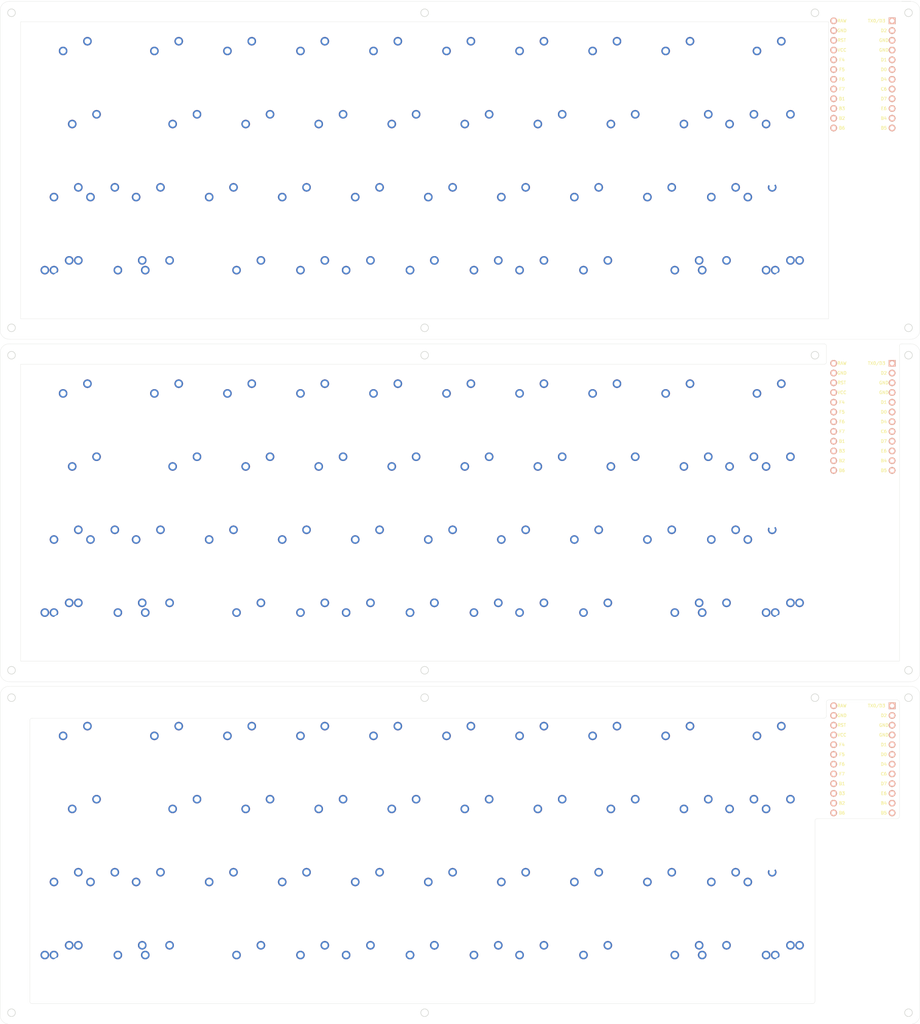
<source format=kicad_pcb>
(kicad_pcb (version 20171130) (host pcbnew "(5.1.9)-1")
  (layers (0 F.Cu signal) (31 B.Cu signal) (34 B.Paste user) (35 F.Paste user) (36 B.SilkS user) (37 F.SilkS user) (38 B.Mask user) (39 F.Mask user) (44 Edge.Cuts user))
  (net 0 "")
  (module MX_Only:MXOnly-1U-NoLED (layer F.Cu) (at -266.104711 158.948891)
    (fp_text reference MX32-1u1)
    (fp_text value MX-NoLED)
    (pad 2 thru_hole circle (at 2.54 -5.08) (size 2.25 2.25) (drill 1.47) (layers *.Cu B.Mask))
    (pad "" np_thru_hole circle (at 0 0) (size 3.9878 3.9878) (drill 3.9878) (layers *.Cu *.Mask))
    (pad 1 thru_hole circle (at -3.81 -2.54) (size 2.25 2.25) (drill 1.47) (layers *.Cu B.Mask))
    (pad "" np_thru_hole circle (at -5.08 0 48.0996) (size 1.75 1.75) (drill 1.75) (layers *.Cu *.Mask))
    (pad "" np_thru_hole circle (at 5.08 0 48.0996) (size 1.75 1.75) (drill 1.75) (layers *.Cu *.Mask))
  )
  (module MX_Only:MXOnly-2.75U-NoLED (layer F.Cu) (at -111.322811 139.898811)
    (fp_text reference MX30-2.75u1)
    (fp_text value MX-NoLED)
    (pad 2 thru_hole circle (at 2.54 -5.08) (size 2.25 2.25) (drill 1.47) (layers *.Cu B.Mask))
    (pad "" np_thru_hole circle (at 0 0) (size 3.9878 3.9878) (drill 3.9878) (layers *.Cu *.Mask))
    (pad 1 thru_hole circle (at -3.81 -2.54) (size 2.25 2.25) (drill 1.47) (layers *.Cu B.Mask))
    (pad "" np_thru_hole circle (at -5.08 0 48.0996) (size 1.75 1.75) (drill 1.75) (layers *.Cu *.Mask))
    (pad "" np_thru_hole circle (at 5.08 0 48.0996) (size 1.75 1.75) (drill 1.75) (layers *.Cu *.Mask))
    (pad "" np_thru_hole circle (at -11.90625 -6.985) (size 3.048 3.048) (drill 3.048) (layers *.Cu *.Mask))
    (pad "" np_thru_hole circle (at 11.90625 -6.985) (size 3.048 3.048) (drill 3.048) (layers *.Cu *.Mask))
    (pad "" np_thru_hole circle (at -11.90625 8.255) (size 3.9878 3.9878) (drill 3.9878) (layers *.Cu *.Mask))
    (pad "" np_thru_hole circle (at 11.90625 8.255) (size 3.9878 3.9878) (drill 3.9878) (layers *.Cu *.Mask))
  )
  (module MX_Only:MXOnly-6U-Centered-ReversedStabilizers-NoLED (layer F.Cu) (at -189.904391 158.948891)
    (fp_text reference MX34-6u1)
    (fp_text value MX-NoLED)
    (pad "" np_thru_hole circle (at 47.625 -8.255) (size 3.9878 3.9878) (drill 3.9878) (layers *.Cu *.Mask))
    (pad "" np_thru_hole circle (at -47.625 -8.255) (size 3.9878 3.9878) (drill 3.9878) (layers *.Cu *.Mask))
    (pad "" np_thru_hole circle (at 47.625 6.985) (size 3.048 3.048) (drill 3.048) (layers *.Cu *.Mask))
    (pad "" np_thru_hole circle (at -47.625 6.985) (size 3.048 3.048) (drill 3.048) (layers *.Cu *.Mask))
    (pad "" np_thru_hole circle (at 5.08 0 48.0996) (size 1.75 1.75) (drill 1.75) (layers *.Cu *.Mask))
    (pad "" np_thru_hole circle (at -5.08 0 48.0996) (size 1.75 1.75) (drill 1.75) (layers *.Cu *.Mask))
    (pad 1 thru_hole circle (at -3.81 -2.54) (size 2.25 2.25) (drill 1.47) (layers *.Cu B.Mask))
    (pad "" np_thru_hole circle (at 0 0) (size 3.9878 3.9878) (drill 3.9878) (layers *.Cu *.Mask))
    (pad 2 thru_hole circle (at 2.54 -5.08) (size 2.25 2.25) (drill 1.47) (layers *.Cu B.Mask))
  )
  (module Keebio-Parts:ArduinoProMicro (layer B.Cu) (at -75.604751 105.370401 270)
    (fp_text reference U1 hide)
    (fp_text value ProMicro hide)
    (fp_text user RST (at -8.91 5.5) (layer F.SilkS) (effects (font (size 0.8 0.8))))
    (fp_text user TX0/D3 (at -13.97 -3.571872) (layer F.SilkS) (effects (font (size 0.8 0.8))))
    (fp_text user B2 (at 11.43 5.461) (layer F.SilkS) (effects (font (size 0.8 0.8))))
    (fp_text user F7 (at 3.81 5.461) (layer F.SilkS) (effects (font (size 0.8 0.8))))
    (fp_text user F6 (at 1.27 5.461) (layer F.SilkS) (effects (font (size 0.8 0.8))))
    (fp_text user F5 (at -1.27 5.461) (layer F.SilkS) (effects (font (size 0.8 0.8))))
    (fp_text user RAW (at -13.97 5.461) (layer F.SilkS) (effects (font (size 0.8 0.8))))
    (fp_text user GND (at -11.43 5.461) (layer F.SilkS) (effects (font (size 0.8 0.8))))
    (fp_text user VCC (at -6.35 5.461) (layer F.SilkS) (effects (font (size 0.8 0.8))))
    (fp_text user F4 (at -3.81 5.461) (layer F.SilkS) (effects (font (size 0.8 0.8))))
    (fp_text user B1 (at 6.35 5.461) (layer F.SilkS) (effects (font (size 0.8 0.8))))
    (fp_text user B3 (at 8.89 5.461) (layer F.SilkS) (effects (font (size 0.8 0.8))))
    (fp_text user B6 (at 13.97 5.461) (layer F.SilkS) (effects (font (size 0.8 0.8))))
    (fp_text user B5 (at 13.97 -5.461) (layer F.SilkS) (effects (font (size 0.8 0.8))))
    (fp_text user B4 (at 11.43 -5.461) (layer F.SilkS) (effects (font (size 0.8 0.8))))
    (fp_text user E6 (at 8.89 -5.461) (layer F.SilkS) (effects (font (size 0.8 0.8))))
    (fp_text user D7 (at 6.35 -5.461) (layer F.SilkS) (effects (font (size 0.8 0.8))))
    (fp_text user C6 (at 3.81 -5.461) (layer F.SilkS) (effects (font (size 0.8 0.8))))
    (fp_text user D4 (at 1.27 -5.461) (layer F.SilkS) (effects (font (size 0.8 0.8))))
    (fp_text user GND (at -8.89 -5.461) (layer F.SilkS) (effects (font (size 0.8 0.8))))
    (fp_text user GND (at -6.35 -5.461) (layer F.SilkS) (effects (font (size 0.8 0.8))))
    (fp_text user D1 (at -3.81 -5.461) (layer F.SilkS) (effects (font (size 0.8 0.8))))
    (fp_text user D0 (at -1.27 -5.461) (layer F.SilkS) (effects (font (size 0.8 0.8))))
    (fp_text user D2 (at -11.43 -5.461) (layer F.SilkS) (effects (font (size 0.8 0.8))))
    (pad 24 thru_hole circle (at -13.97 7.62 270) (size 1.7526 1.7526) (drill 1.0922) (layers *.Cu *.SilkS *.Mask))
    (pad 12 thru_hole circle (at 13.97 -7.62 270) (size 1.7526 1.7526) (drill 1.0922) (layers *.Cu *.SilkS *.Mask))
    (pad 23 thru_hole circle (at -11.43 7.62 270) (size 1.7526 1.7526) (drill 1.0922) (layers *.Cu *.SilkS *.Mask))
    (pad 22 thru_hole circle (at -8.89 7.62 270) (size 1.7526 1.7526) (drill 1.0922) (layers *.Cu *.SilkS *.Mask))
    (pad 21 thru_hole circle (at -6.35 7.62 270) (size 1.7526 1.7526) (drill 1.0922) (layers *.Cu *.SilkS *.Mask))
    (pad 20 thru_hole circle (at -3.81 7.62 270) (size 1.7526 1.7526) (drill 1.0922) (layers *.Cu *.SilkS *.Mask))
    (pad 19 thru_hole circle (at -1.27 7.62 270) (size 1.7526 1.7526) (drill 1.0922) (layers *.Cu *.SilkS *.Mask))
    (pad 18 thru_hole circle (at 1.27 7.62 270) (size 1.7526 1.7526) (drill 1.0922) (layers *.Cu *.SilkS *.Mask))
    (pad 17 thru_hole circle (at 3.81 7.62 270) (size 1.7526 1.7526) (drill 1.0922) (layers *.Cu *.SilkS *.Mask))
    (pad 16 thru_hole circle (at 6.35 7.62 270) (size 1.7526 1.7526) (drill 1.0922) (layers *.Cu *.SilkS *.Mask))
    (pad 15 thru_hole circle (at 8.89 7.62 270) (size 1.7526 1.7526) (drill 1.0922) (layers *.Cu *.SilkS *.Mask))
    (pad 14 thru_hole circle (at 11.43 7.62 270) (size 1.7526 1.7526) (drill 1.0922) (layers *.Cu *.SilkS *.Mask))
    (pad 13 thru_hole circle (at 13.97 7.62 270) (size 1.7526 1.7526) (drill 1.0922) (layers *.Cu *.SilkS *.Mask))
    (pad 11 thru_hole circle (at 11.43 -7.62 270) (size 1.7526 1.7526) (drill 1.0922) (layers *.Cu *.SilkS *.Mask))
    (pad 10 thru_hole circle (at 8.89 -7.62 270) (size 1.7526 1.7526) (drill 1.0922) (layers *.Cu *.SilkS *.Mask))
    (pad 9 thru_hole circle (at 6.35 -7.62 270) (size 1.7526 1.7526) (drill 1.0922) (layers *.Cu *.SilkS *.Mask))
    (pad 8 thru_hole circle (at 3.81 -7.62 270) (size 1.7526 1.7526) (drill 1.0922) (layers *.Cu *.SilkS *.Mask))
    (pad 7 thru_hole circle (at 1.27 -7.62 270) (size 1.7526 1.7526) (drill 1.0922) (layers *.Cu *.SilkS *.Mask))
    (pad 6 thru_hole circle (at -1.27 -7.62 270) (size 1.7526 1.7526) (drill 1.0922) (layers *.Cu *.SilkS *.Mask))
    (pad 5 thru_hole circle (at -3.81 -7.62 270) (size 1.7526 1.7526) (drill 1.0922) (layers *.Cu *.SilkS *.Mask))
    (pad 4 thru_hole circle (at -6.35 -7.62 270) (size 1.7526 1.7526) (drill 1.0922) (layers *.Cu *.SilkS *.Mask))
    (pad 3 thru_hole circle (at -8.89 -7.62 270) (size 1.7526 1.7526) (drill 1.0922) (layers *.Cu *.SilkS *.Mask))
    (pad 2 thru_hole circle (at -11.43 -7.62 270) (size 1.7526 1.7526) (drill 1.0922) (layers *.Cu *.SilkS *.Mask))
    (pad 1 thru_hole rect (at -13.97 -7.62 270) (size 1.7526 1.7526) (drill 1.0922) (layers *.Cu *.SilkS *.Mask))
  )
  (module MX_Only:MXOnly-1U-NoLED (layer F.Cu) (at -285.154791 158.948891)
    (fp_text reference MX31-1u1)
    (fp_text value MX-NoLED)
    (pad 2 thru_hole circle (at 2.54 -5.08) (size 2.25 2.25) (drill 1.47) (layers *.Cu B.Mask))
    (pad "" np_thru_hole circle (at 0 0) (size 3.9878 3.9878) (drill 3.9878) (layers *.Cu *.Mask))
    (pad 1 thru_hole circle (at -3.81 -2.54) (size 2.25 2.25) (drill 1.47) (layers *.Cu B.Mask))
    (pad "" np_thru_hole circle (at -5.08 0 48.0996) (size 1.75 1.75) (drill 1.75) (layers *.Cu *.Mask))
    (pad "" np_thru_hole circle (at 5.08 0 48.0996) (size 1.75 1.75) (drill 1.75) (layers *.Cu *.Mask))
  )
  (module MX_Only:MXOnly-1U-NoLED (layer F.Cu) (at -261.342191 139.898811)
    (fp_text reference MX22)
    (fp_text value MX-NoLED)
    (pad 2 thru_hole circle (at 2.54 -5.08) (size 2.25 2.25) (drill 1.47) (layers *.Cu B.Mask))
    (pad "" np_thru_hole circle (at 0 0) (size 3.9878 3.9878) (drill 3.9878) (layers *.Cu *.Mask))
    (pad 1 thru_hole circle (at -3.81 -2.54) (size 2.25 2.25) (drill 1.47) (layers *.Cu B.Mask))
    (pad "" np_thru_hole circle (at -5.08 0 48.0996) (size 1.75 1.75) (drill 1.75) (layers *.Cu *.Mask))
    (pad "" np_thru_hole circle (at 5.08 0 48.0996) (size 1.75 1.75) (drill 1.75) (layers *.Cu *.Mask))
  )
  (module MX_Only:MXOnly-1.75U-NoLED (layer F.Cu) (at -206.573211 158.948891)
    (fp_text reference MX34)
    (fp_text value MX-NoLED)
    (pad 2 thru_hole circle (at 2.54 -5.08) (size 2.25 2.25) (drill 1.47) (layers *.Cu B.Mask))
    (pad "" np_thru_hole circle (at 0 0) (size 3.9878 3.9878) (drill 3.9878) (layers *.Cu *.Mask))
    (pad 1 thru_hole circle (at -3.81 -2.54) (size 2.25 2.25) (drill 1.47) (layers *.Cu B.Mask))
    (pad "" np_thru_hole circle (at -5.08 0 48.0996) (size 1.75 1.75) (drill 1.75) (layers *.Cu *.Mask))
    (pad "" np_thru_hole circle (at 5.08 0 48.0996) (size 1.75 1.75) (drill 1.75) (layers *.Cu *.Mask))
  )
  (module MX_Only:MXOnly-2.25U-NoLED (layer F.Cu) (at -273.248491 139.898811)
    (fp_text reference MX21-2.25u1)
    (fp_text value MX-NoLED)
    (pad 2 thru_hole circle (at 2.54 -5.08) (size 2.25 2.25) (drill 1.47) (layers *.Cu B.Mask))
    (pad "" np_thru_hole circle (at 0 0) (size 3.9878 3.9878) (drill 3.9878) (layers *.Cu *.Mask))
    (pad 1 thru_hole circle (at -3.81 -2.54) (size 2.25 2.25) (drill 1.47) (layers *.Cu B.Mask))
    (pad "" np_thru_hole circle (at -5.08 0 48.0996) (size 1.75 1.75) (drill 1.75) (layers *.Cu *.Mask))
    (pad "" np_thru_hole circle (at 5.08 0 48.0996) (size 1.75 1.75) (drill 1.75) (layers *.Cu *.Mask))
    (pad "" np_thru_hole circle (at -11.90625 -6.985) (size 3.048 3.048) (drill 3.048) (layers *.Cu *.Mask))
    (pad "" np_thru_hole circle (at 11.90625 -6.985) (size 3.048 3.048) (drill 3.048) (layers *.Cu *.Mask))
    (pad "" np_thru_hole circle (at -11.90625 8.255) (size 3.9878 3.9878) (drill 3.9878) (layers *.Cu *.Mask))
    (pad "" np_thru_hole circle (at 11.90625 8.255) (size 3.9878 3.9878) (drill 3.9878) (layers *.Cu *.Mask))
  )
  (module MX_Only:MXOnly-1.25U-NoLED (layer F.Cu) (at -120.847851 158.948891)
    (fp_text reference MX37)
    (fp_text value MX-NoLED)
    (pad 2 thru_hole circle (at 2.54 -5.08) (size 2.25 2.25) (drill 1.47) (layers *.Cu B.Mask))
    (pad "" np_thru_hole circle (at 0 0) (size 3.9878 3.9878) (drill 3.9878) (layers *.Cu *.Mask))
    (pad 1 thru_hole circle (at -3.81 -2.54) (size 2.25 2.25) (drill 1.47) (layers *.Cu B.Mask))
    (pad "" np_thru_hole circle (at -5.08 0 48.0996) (size 1.75 1.75) (drill 1.75) (layers *.Cu *.Mask))
    (pad "" np_thru_hole circle (at 5.08 0 48.0996) (size 1.75 1.75) (drill 1.75) (layers *.Cu *.Mask))
  )
  (module MX_Only:MXOnly-1U-NoLED (layer F.Cu) (at -113.704071 158.948891)
    (fp_text reference MX37-1u1)
    (fp_text value MX-NoLED)
    (pad 2 thru_hole circle (at 2.54 -5.08) (size 2.25 2.25) (drill 1.47) (layers *.Cu B.Mask))
    (pad "" np_thru_hole circle (at 0 0) (size 3.9878 3.9878) (drill 3.9878) (layers *.Cu *.Mask))
    (pad 1 thru_hole circle (at -3.81 -2.54) (size 2.25 2.25) (drill 1.47) (layers *.Cu B.Mask))
    (pad "" np_thru_hole circle (at -5.08 0 48.0996) (size 1.75 1.75) (drill 1.75) (layers *.Cu *.Mask))
    (pad "" np_thru_hole circle (at 5.08 0 48.0996) (size 1.75 1.75) (drill 1.75) (layers *.Cu *.Mask))
  )
  (module MX_Only:MXOnly-1.75U-NoLED (layer F.Cu) (at -278.011011 120.848731)
    (fp_text reference MX11)
    (fp_text value MX-NoLED)
    (pad 2 thru_hole circle (at 2.54 -5.08) (size 2.25 2.25) (drill 1.47) (layers *.Cu B.Mask))
    (pad "" np_thru_hole circle (at 0 0) (size 3.9878 3.9878) (drill 3.9878) (layers *.Cu *.Mask))
    (pad 1 thru_hole circle (at -3.81 -2.54) (size 2.25 2.25) (drill 1.47) (layers *.Cu B.Mask))
    (pad "" np_thru_hole circle (at -5.08 0 48.0996) (size 1.75 1.75) (drill 1.75) (layers *.Cu *.Mask))
  )
  (module MX_Only:MXOnly-1U-NoLED (layer F.Cu) (at -94.653991 158.948891)
    (fp_text reference MX38-1u1)
    (fp_text value MX-NoLED)
    (pad 2 thru_hole circle (at 2.54 -5.08) (size 2.25 2.25) (drill 1.47) (layers *.Cu B.Mask))
    (pad "" np_thru_hole circle (at 0 0) (size 3.9878 3.9878) (drill 3.9878) (layers *.Cu *.Mask))
    (pad 1 thru_hole circle (at -3.81 -2.54) (size 2.25 2.25) (drill 1.47) (layers *.Cu B.Mask))
    (pad "" np_thru_hole circle (at -5.08 0 48.0996) (size 1.75 1.75) (drill 1.75) (layers *.Cu *.Mask))
    (pad "" np_thru_hole circle (at 5.08 0 48.0996) (size 1.75 1.75) (drill 1.75) (layers *.Cu *.Mask))
  )
  (module MX_Only:MXOnly-3U-ReversedStabilizers-NoLED (layer F.Cu) (at -161.329271 158.948891)
    (fp_text reference MX35-3u1)
    (fp_text value MX-NoLED)
    (pad 2 thru_hole circle (at 2.54 -5.08) (size 2.25 2.25) (drill 1.47) (layers *.Cu B.Mask))
    (pad 1 thru_hole circle (at -3.81 -2.54 48.1) (size 2.25 2.25) (drill 1.47) (layers *.Cu B.Mask))
    (pad "" np_thru_hole circle (at 0 0) (size 3.9878 3.9878) (drill 3.9878) (layers *.Cu *.Mask))
    (pad "" np_thru_hole circle (at -5.08 0 48.0996) (size 1.75 1.75) (drill 1.75) (layers *.Cu *.Mask))
    (pad "" np_thru_hole circle (at 5.08 0 48.0996) (size 1.75 1.75) (drill 1.75) (layers *.Cu *.Mask))
    (pad "" np_thru_hole circle (at -19.05 6.985) (size 3.048 3.048) (drill 3.048) (layers *.Cu *.Mask))
    (pad "" np_thru_hole circle (at 19.05 6.985) (size 3.048 3.048) (drill 3.048) (layers *.Cu *.Mask))
    (pad "" np_thru_hole circle (at -19.05 -8.255) (size 3.9878 3.9878) (drill 3.9878) (layers *.Cu *.Mask))
    (pad "" np_thru_hole circle (at 19.05 -8.255) (size 3.9878 3.9878) (drill 3.9878) (layers *.Cu *.Mask))
  )
  (module MX_Only:MXOnly-1U-NoLED (layer F.Cu) (at -166.091791 139.898811)
    (fp_text reference MX27)
    (fp_text value MX-NoLED)
    (pad 2 thru_hole circle (at 2.54 -5.08) (size 2.25 2.25) (drill 1.47) (layers *.Cu B.Mask))
    (pad "" np_thru_hole circle (at 0 0) (size 3.9878 3.9878) (drill 3.9878) (layers *.Cu *.Mask))
    (pad 1 thru_hole circle (at -3.81 -2.54) (size 2.25 2.25) (drill 1.47) (layers *.Cu B.Mask))
    (pad "" np_thru_hole circle (at -5.08 0 48.0996) (size 1.75 1.75) (drill 1.75) (layers *.Cu *.Mask))
    (pad "" np_thru_hole circle (at 5.08 0 48.0996) (size 1.75 1.75) (drill 1.75) (layers *.Cu *.Mask))
  )
  (module MX_Only:MXOnly-3U-ReversedStabilizers-NoLED (layer F.Cu) (at -218.479511 158.948891)
    (fp_text reference MX34-3u1)
    (fp_text value MX-NoLED)
    (pad 2 thru_hole circle (at 2.54 -5.08) (size 2.25 2.25) (drill 1.47) (layers *.Cu B.Mask))
    (pad 1 thru_hole circle (at -3.81 -2.54 48.1) (size 2.25 2.25) (drill 1.47) (layers *.Cu B.Mask))
    (pad "" np_thru_hole circle (at 0 0) (size 3.9878 3.9878) (drill 3.9878) (layers *.Cu *.Mask))
    (pad "" np_thru_hole circle (at -5.08 0 48.0996) (size 1.75 1.75) (drill 1.75) (layers *.Cu *.Mask))
    (pad "" np_thru_hole circle (at 5.08 0 48.0996) (size 1.75 1.75) (drill 1.75) (layers *.Cu *.Mask))
    (pad "" np_thru_hole circle (at -19.05 6.985) (size 3.048 3.048) (drill 3.048) (layers *.Cu *.Mask))
    (pad "" np_thru_hole circle (at 19.05 6.985) (size 3.048 3.048) (drill 3.048) (layers *.Cu *.Mask))
    (pad "" np_thru_hole circle (at -19.05 -8.255) (size 3.9878 3.9878) (drill 3.9878) (layers *.Cu *.Mask))
    (pad "" np_thru_hole circle (at 19.05 -8.255) (size 3.9878 3.9878) (drill 3.9878) (layers *.Cu *.Mask))
  )
  (module MX_Only:MXOnly-1.25U-NoLED (layer F.Cu) (at -97.035251 158.948891)
    (fp_text reference MX38)
    (fp_text value MX-NoLED)
    (pad 2 thru_hole circle (at 2.54 -5.08) (size 2.25 2.25) (drill 1.47) (layers *.Cu B.Mask))
    (pad "" np_thru_hole circle (at 0 0) (size 3.9878 3.9878) (drill 3.9878) (layers *.Cu *.Mask))
    (pad 1 thru_hole circle (at -3.81 -2.54) (size 2.25 2.25) (drill 1.47) (layers *.Cu B.Mask))
    (pad "" np_thru_hole circle (at -5.08 0 48.0996) (size 1.75 1.75) (drill 1.75) (layers *.Cu *.Mask))
    (pad "" np_thru_hole circle (at 5.08 0 48.0996) (size 1.75 1.75) (drill 1.75) (layers *.Cu *.Mask))
  )
  (module MX_Only:MXOnly-2.25U-ReversedStabilizers-NoLED (layer F.Cu) (at -106.560291 120.848731)
    (fp_text reference MX20-2.25u1)
    (fp_text value MX-NoLED)
    (pad 2 thru_hole circle (at 2.54 -5.08) (size 2.25 2.25) (drill 1.47) (layers *.Cu B.Mask))
    (pad "" np_thru_hole circle (at 0 0) (size 3.9878 3.9878) (drill 3.9878) (layers *.Cu *.Mask))
    (pad 1 thru_hole circle (at -3.81 -2.54) (size 2.25 2.25) (drill 1.47) (layers *.Cu B.Mask))
    (pad "" np_thru_hole circle (at -5.08 0 48.0996) (size 1.75 1.75) (drill 1.75) (layers *.Cu *.Mask))
    (pad "" np_thru_hole circle (at 5.08 0 48.0996) (size 1.75 1.75) (drill 1.75) (layers *.Cu *.Mask))
    (pad "" np_thru_hole circle (at -11.90625 6.985) (size 3.048 3.048) (drill 3.048) (layers *.Cu *.Mask))
    (pad "" np_thru_hole circle (at 11.90625 6.985) (size 3.048 3.048) (drill 3.048) (layers *.Cu *.Mask))
    (pad "" np_thru_hole circle (at -11.90625 -8.255) (size 3.9878 3.9878) (drill 3.9878) (layers *.Cu *.Mask))
    (pad "" np_thru_hole circle (at 11.90625 -8.255) (size 3.9878 3.9878) (drill 3.9878) (layers *.Cu *.Mask))
  )
  (module MX_Only:MXOnly-7U-ReversedStabilizers-NoLED (layer F.Cu) (at -189.904391 158.948891)
    (fp_text reference MX34-7u1)
    (fp_text value MX-NoLED)
    (pad 2 thru_hole circle (at 2.54 -5.08) (size 2.25 2.25) (drill 1.47) (layers *.Cu B.Mask))
    (pad "" np_thru_hole circle (at 0 0) (size 3.9878 3.9878) (drill 3.9878) (layers *.Cu *.Mask))
    (pad 1 thru_hole circle (at -3.81 -2.54) (size 2.25 2.25) (drill 1.47) (layers *.Cu B.Mask))
    (pad "" np_thru_hole circle (at -5.08 0 48.0996) (size 1.75 1.75) (drill 1.75) (layers *.Cu *.Mask))
    (pad "" np_thru_hole circle (at 5.08 0 48.0996) (size 1.75 1.75) (drill 1.75) (layers *.Cu *.Mask))
    (pad "" np_thru_hole circle (at -57.15 6.985) (size 3.048 3.048) (drill 3.048) (layers *.Cu *.Mask))
    (pad "" np_thru_hole circle (at 57.15 6.985) (size 3.048 3.048) (drill 3.048) (layers *.Cu *.Mask))
    (pad "" np_thru_hole circle (at -57.15 -8.255) (size 3.9878 3.9878) (drill 3.9878) (layers *.Cu *.Mask))
    (pad "" np_thru_hole circle (at 57.15 -8.255) (size 3.9878 3.9878) (drill 3.9878) (layers *.Cu *.Mask))
  )
  (module MX_Only:MXOnly-1.5U-NoLED (layer F.Cu) (at -99.416511 12.501701)
    (fp_text reference MX10)
    (fp_text value MX-NoLED)
    (pad "" np_thru_hole circle (at 5.08 0 48.0996) (size 1.75 1.75) (drill 1.75) (layers *.Cu *.Mask))
    (pad "" np_thru_hole circle (at -5.08 0 48.0996) (size 1.75 1.75) (drill 1.75) (layers *.Cu *.Mask))
    (pad 1 thru_hole circle (at -3.81 -2.54) (size 2.25 2.25) (drill 1.47) (layers *.Cu B.Mask))
    (pad "" np_thru_hole circle (at 0 0) (size 3.9878 3.9878) (drill 3.9878) (layers *.Cu *.Mask))
    (pad 2 thru_hole circle (at 2.54 -5.08) (size 2.25 2.25) (drill 1.47) (layers *.Cu B.Mask))
  )
  (module MX_Only:MXOnly-1U-NoLED (layer F.Cu) (at -194.666911 31.551781)
    (fp_text reference MX15)
    (fp_text value MX-NoLED)
    (pad "" np_thru_hole circle (at 5.08 0 48.0996) (size 1.75 1.75) (drill 1.75) (layers *.Cu *.Mask))
    (pad "" np_thru_hole circle (at -5.08 0 48.0996) (size 1.75 1.75) (drill 1.75) (layers *.Cu *.Mask))
    (pad 1 thru_hole circle (at -3.81 -2.54) (size 2.25 2.25) (drill 1.47) (layers *.Cu B.Mask))
    (pad "" np_thru_hole circle (at 0 0) (size 3.9878 3.9878) (drill 3.9878) (layers *.Cu *.Mask))
    (pad 2 thru_hole circle (at 2.54 -5.08) (size 2.25 2.25) (drill 1.47) (layers *.Cu B.Mask))
  )
  (module MX_Only:MXOnly-1U-NoLED (layer F.Cu) (at -213.716991 31.551781)
    (fp_text reference MX14)
    (fp_text value MX-NoLED)
    (pad "" np_thru_hole circle (at 5.08 0 48.0996) (size 1.75 1.75) (drill 1.75) (layers *.Cu *.Mask))
    (pad "" np_thru_hole circle (at -5.08 0 48.0996) (size 1.75 1.75) (drill 1.75) (layers *.Cu *.Mask))
    (pad 1 thru_hole circle (at -3.81 -2.54) (size 2.25 2.25) (drill 1.47) (layers *.Cu B.Mask))
    (pad "" np_thru_hole circle (at 0 0) (size 3.9878 3.9878) (drill 3.9878) (layers *.Cu *.Mask))
    (pad 2 thru_hole circle (at 2.54 -5.08) (size 2.25 2.25) (drill 1.47) (layers *.Cu B.Mask))
  )
  (module MX_Only:MXOnly-1U-NoLED (layer F.Cu) (at -137.516671 120.848731)
    (fp_text reference MX18)
    (fp_text value MX-NoLED)
    (pad 2 thru_hole circle (at 2.54 -5.08) (size 2.25 2.25) (drill 1.47) (layers *.Cu B.Mask))
    (pad "" np_thru_hole circle (at 0 0) (size 3.9878 3.9878) (drill 3.9878) (layers *.Cu *.Mask))
    (pad 1 thru_hole circle (at -3.81 -2.54) (size 2.25 2.25) (drill 1.47) (layers *.Cu B.Mask))
    (pad "" np_thru_hole circle (at -5.08 0 48.0996) (size 1.75 1.75) (drill 1.75) (layers *.Cu *.Mask))
    (pad "" np_thru_hole circle (at 5.08 0 48.0996) (size 1.75 1.75) (drill 1.75) (layers *.Cu *.Mask))
  )
  (module MX_Only:MXOnly-1U-NoLED (layer F.Cu) (at -175.616831 120.848731)
    (fp_text reference MX16)
    (fp_text value MX-NoLED)
    (pad 2 thru_hole circle (at 2.54 -5.08) (size 2.25 2.25) (drill 1.47) (layers *.Cu B.Mask))
    (pad "" np_thru_hole circle (at 0 0) (size 3.9878 3.9878) (drill 3.9878) (layers *.Cu *.Mask))
    (pad 1 thru_hole circle (at -3.81 -2.54) (size 2.25 2.25) (drill 1.47) (layers *.Cu B.Mask))
    (pad "" np_thru_hole circle (at -5.08 0 48.0996) (size 1.75 1.75) (drill 1.75) (layers *.Cu *.Mask))
    (pad "" np_thru_hole circle (at 5.08 0 48.0996) (size 1.75 1.75) (drill 1.75) (layers *.Cu *.Mask))
  )
  (module MX_Only:MXOnly-1U-NoLED (layer F.Cu) (at -156.566751 120.848731)
    (fp_text reference MX17)
    (fp_text value MX-NoLED)
    (pad 2 thru_hole circle (at 2.54 -5.08) (size 2.25 2.25) (drill 1.47) (layers *.Cu B.Mask))
    (pad "" np_thru_hole circle (at 0 0) (size 3.9878 3.9878) (drill 3.9878) (layers *.Cu *.Mask))
    (pad 1 thru_hole circle (at -3.81 -2.54) (size 2.25 2.25) (drill 1.47) (layers *.Cu B.Mask))
    (pad "" np_thru_hole circle (at -5.08 0 48.0996) (size 1.75 1.75) (drill 1.75) (layers *.Cu *.Mask))
    (pad "" np_thru_hole circle (at 5.08 0 48.0996) (size 1.75 1.75) (drill 1.75) (layers *.Cu *.Mask))
  )
  (module MX_Only:MXOnly-1U-NoLED (layer F.Cu) (at -256.579671 101.798651)
    (fp_text reference MX2)
    (fp_text value MX-NoLED)
    (pad 2 thru_hole circle (at 2.54 -5.08) (size 2.25 2.25) (drill 1.47) (layers *.Cu B.Mask))
    (pad "" np_thru_hole circle (at 0 0) (size 3.9878 3.9878) (drill 3.9878) (layers *.Cu *.Mask))
    (pad 1 thru_hole circle (at -3.81 -2.54) (size 2.25 2.25) (drill 1.47) (layers *.Cu B.Mask))
    (pad "" np_thru_hole circle (at -5.08 0 48.0996) (size 1.75 1.75) (drill 1.75) (layers *.Cu *.Mask))
    (pad "" np_thru_hole circle (at 5.08 0 48.0996) (size 1.75 1.75) (drill 1.75) (layers *.Cu *.Mask))
  )
  (module MX_Only:MXOnly-1U-NoLED (layer F.Cu) (at -218.479511 101.798651)
    (fp_text reference MX4)
    (fp_text value MX-NoLED)
    (pad 2 thru_hole circle (at 2.54 -5.08) (size 2.25 2.25) (drill 1.47) (layers *.Cu B.Mask))
    (pad "" np_thru_hole circle (at 0 0) (size 3.9878 3.9878) (drill 3.9878) (layers *.Cu *.Mask))
    (pad 1 thru_hole circle (at -3.81 -2.54) (size 2.25 2.25) (drill 1.47) (layers *.Cu B.Mask))
    (pad "" np_thru_hole circle (at -5.08 0 48.0996) (size 1.75 1.75) (drill 1.75) (layers *.Cu *.Mask))
    (pad "" np_thru_hole circle (at 5.08 0 48.0996) (size 1.75 1.75) (drill 1.75) (layers *.Cu *.Mask))
  )
  (module MX_Only:MXOnly-1U-NoLED (layer F.Cu) (at -142.279191 101.798651)
    (fp_text reference MX8)
    (fp_text value MX-NoLED)
    (pad 2 thru_hole circle (at 2.54 -5.08) (size 2.25 2.25) (drill 1.47) (layers *.Cu B.Mask))
    (pad "" np_thru_hole circle (at 0 0) (size 3.9878 3.9878) (drill 3.9878) (layers *.Cu *.Mask))
    (pad 1 thru_hole circle (at -3.81 -2.54) (size 2.25 2.25) (drill 1.47) (layers *.Cu B.Mask))
    (pad "" np_thru_hole circle (at -5.08 0 48.0996) (size 1.75 1.75) (drill 1.75) (layers *.Cu *.Mask))
    (pad "" np_thru_hole circle (at 5.08 0 48.0996) (size 1.75 1.75) (drill 1.75) (layers *.Cu *.Mask))
  )
  (module MX_Only:MXOnly-1U-NoLED (layer F.Cu) (at -156.566751 31.551781)
    (fp_text reference MX17)
    (fp_text value MX-NoLED)
    (pad "" np_thru_hole circle (at 5.08 0 48.0996) (size 1.75 1.75) (drill 1.75) (layers *.Cu *.Mask))
    (pad "" np_thru_hole circle (at -5.08 0 48.0996) (size 1.75 1.75) (drill 1.75) (layers *.Cu *.Mask))
    (pad 1 thru_hole circle (at -3.81 -2.54) (size 2.25 2.25) (drill 1.47) (layers *.Cu B.Mask))
    (pad "" np_thru_hole circle (at 0 0) (size 3.9878 3.9878) (drill 3.9878) (layers *.Cu *.Mask))
    (pad 2 thru_hole circle (at 2.54 -5.08) (size 2.25 2.25) (drill 1.47) (layers *.Cu B.Mask))
  )
  (module MX_Only:MXOnly-1U-NoLED (layer F.Cu) (at -175.616831 31.551781)
    (fp_text reference MX16)
    (fp_text value MX-NoLED)
    (pad "" np_thru_hole circle (at 5.08 0 48.0996) (size 1.75 1.75) (drill 1.75) (layers *.Cu *.Mask))
    (pad "" np_thru_hole circle (at -5.08 0 48.0996) (size 1.75 1.75) (drill 1.75) (layers *.Cu *.Mask))
    (pad 1 thru_hole circle (at -3.81 -2.54) (size 2.25 2.25) (drill 1.47) (layers *.Cu B.Mask))
    (pad "" np_thru_hole circle (at 0 0) (size 3.9878 3.9878) (drill 3.9878) (layers *.Cu *.Mask))
    (pad 2 thru_hole circle (at 2.54 -5.08) (size 2.25 2.25) (drill 1.47) (layers *.Cu B.Mask))
  )
  (module MX_Only:MXOnly-1U-NoLED (layer F.Cu) (at -256.579671 12.501701)
    (fp_text reference MX2)
    (fp_text value MX-NoLED)
    (pad "" np_thru_hole circle (at 5.08 0 48.0996) (size 1.75 1.75) (drill 1.75) (layers *.Cu *.Mask))
    (pad "" np_thru_hole circle (at -5.08 0 48.0996) (size 1.75 1.75) (drill 1.75) (layers *.Cu *.Mask))
    (pad 1 thru_hole circle (at -3.81 -2.54) (size 2.25 2.25) (drill 1.47) (layers *.Cu B.Mask))
    (pad "" np_thru_hole circle (at 0 0) (size 3.9878 3.9878) (drill 3.9878) (layers *.Cu *.Mask))
    (pad 2 thru_hole circle (at 2.54 -5.08) (size 2.25 2.25) (drill 1.47) (layers *.Cu B.Mask))
  )
  (module MX_Only:MXOnly-1U-NoLED (layer F.Cu) (at -194.666911 120.848731)
    (fp_text reference MX15)
    (fp_text value MX-NoLED)
    (pad 2 thru_hole circle (at 2.54 -5.08) (size 2.25 2.25) (drill 1.47) (layers *.Cu B.Mask))
    (pad "" np_thru_hole circle (at 0 0) (size 3.9878 3.9878) (drill 3.9878) (layers *.Cu *.Mask))
    (pad 1 thru_hole circle (at -3.81 -2.54) (size 2.25 2.25) (drill 1.47) (layers *.Cu B.Mask))
    (pad "" np_thru_hole circle (at -5.08 0 48.0996) (size 1.75 1.75) (drill 1.75) (layers *.Cu *.Mask))
    (pad "" np_thru_hole circle (at 5.08 0 48.0996) (size 1.75 1.75) (drill 1.75) (layers *.Cu *.Mask))
  )
  (module MX_Only:MXOnly-1U-NoLED (layer F.Cu) (at -237.529591 101.798651)
    (fp_text reference MX3)
    (fp_text value MX-NoLED)
    (pad 2 thru_hole circle (at 2.54 -5.08) (size 2.25 2.25) (drill 1.47) (layers *.Cu B.Mask))
    (pad "" np_thru_hole circle (at 0 0) (size 3.9878 3.9878) (drill 3.9878) (layers *.Cu *.Mask))
    (pad 1 thru_hole circle (at -3.81 -2.54) (size 2.25 2.25) (drill 1.47) (layers *.Cu B.Mask))
    (pad "" np_thru_hole circle (at -5.08 0 48.0996) (size 1.75 1.75) (drill 1.75) (layers *.Cu *.Mask))
    (pad "" np_thru_hole circle (at 5.08 0 48.0996) (size 1.75 1.75) (drill 1.75) (layers *.Cu *.Mask))
  )
  (module MX_Only:MXOnly-1U-NoLED (layer F.Cu) (at -137.516671 31.551781)
    (fp_text reference MX18)
    (fp_text value MX-NoLED)
    (pad "" np_thru_hole circle (at 5.08 0 48.0996) (size 1.75 1.75) (drill 1.75) (layers *.Cu *.Mask))
    (pad "" np_thru_hole circle (at -5.08 0 48.0996) (size 1.75 1.75) (drill 1.75) (layers *.Cu *.Mask))
    (pad 1 thru_hole circle (at -3.81 -2.54) (size 2.25 2.25) (drill 1.47) (layers *.Cu B.Mask))
    (pad "" np_thru_hole circle (at 0 0) (size 3.9878 3.9878) (drill 3.9878) (layers *.Cu *.Mask))
    (pad 2 thru_hole circle (at 2.54 -5.08) (size 2.25 2.25) (drill 1.47) (layers *.Cu B.Mask))
  )
  (module MX_Only:MXOnly-1U-NoLED (layer F.Cu) (at -237.529591 12.501701)
    (fp_text reference MX3)
    (fp_text value MX-NoLED)
    (pad "" np_thru_hole circle (at 5.08 0 48.0996) (size 1.75 1.75) (drill 1.75) (layers *.Cu *.Mask))
    (pad "" np_thru_hole circle (at -5.08 0 48.0996) (size 1.75 1.75) (drill 1.75) (layers *.Cu *.Mask))
    (pad 1 thru_hole circle (at -3.81 -2.54) (size 2.25 2.25) (drill 1.47) (layers *.Cu B.Mask))
    (pad "" np_thru_hole circle (at 0 0) (size 3.9878 3.9878) (drill 3.9878) (layers *.Cu *.Mask))
    (pad 2 thru_hole circle (at 2.54 -5.08) (size 2.25 2.25) (drill 1.47) (layers *.Cu B.Mask))
  )
  (module MX_Only:MXOnly-1U-NoLED (layer F.Cu) (at -218.479511 12.501701)
    (fp_text reference MX4)
    (fp_text value MX-NoLED)
    (pad "" np_thru_hole circle (at 5.08 0 48.0996) (size 1.75 1.75) (drill 1.75) (layers *.Cu *.Mask))
    (pad "" np_thru_hole circle (at -5.08 0 48.0996) (size 1.75 1.75) (drill 1.75) (layers *.Cu *.Mask))
    (pad 1 thru_hole circle (at -3.81 -2.54) (size 2.25 2.25) (drill 1.47) (layers *.Cu B.Mask))
    (pad "" np_thru_hole circle (at 0 0) (size 3.9878 3.9878) (drill 3.9878) (layers *.Cu *.Mask))
    (pad 2 thru_hole circle (at 2.54 -5.08) (size 2.25 2.25) (drill 1.47) (layers *.Cu B.Mask))
  )
  (module MX_Only:MXOnly-1U-NoLED (layer F.Cu) (at -142.279191 12.501701)
    (fp_text reference MX8)
    (fp_text value MX-NoLED)
    (pad "" np_thru_hole circle (at 5.08 0 48.0996) (size 1.75 1.75) (drill 1.75) (layers *.Cu *.Mask))
    (pad "" np_thru_hole circle (at -5.08 0 48.0996) (size 1.75 1.75) (drill 1.75) (layers *.Cu *.Mask))
    (pad 1 thru_hole circle (at -3.81 -2.54) (size 2.25 2.25) (drill 1.47) (layers *.Cu B.Mask))
    (pad "" np_thru_hole circle (at 0 0) (size 3.9878 3.9878) (drill 3.9878) (layers *.Cu *.Mask))
    (pad 2 thru_hole circle (at 2.54 -5.08) (size 2.25 2.25) (drill 1.47) (layers *.Cu B.Mask))
  )
  (module MX_Only:MXOnly-1U-NoLED (layer F.Cu) (at -204.191951 50.601861)
    (fp_text reference MX25)
    (fp_text value MX-NoLED)
    (pad "" np_thru_hole circle (at 5.08 0 48.0996) (size 1.75 1.75) (drill 1.75) (layers *.Cu *.Mask))
    (pad "" np_thru_hole circle (at -5.08 0 48.0996) (size 1.75 1.75) (drill 1.75) (layers *.Cu *.Mask))
    (pad 1 thru_hole circle (at -3.81 -2.54) (size 2.25 2.25) (drill 1.47) (layers *.Cu B.Mask))
    (pad "" np_thru_hole circle (at 0 0) (size 3.9878 3.9878) (drill 3.9878) (layers *.Cu *.Mask))
    (pad 2 thru_hole circle (at 2.54 -5.08) (size 2.25 2.25) (drill 1.47) (layers *.Cu B.Mask))
  )
  (module MX_Only:MXOnly-1U-NoLED (layer F.Cu) (at -232.767071 31.551781)
    (fp_text reference MX13)
    (fp_text value MX-NoLED)
    (pad "" np_thru_hole circle (at 5.08 0 48.0996) (size 1.75 1.75) (drill 1.75) (layers *.Cu *.Mask))
    (pad "" np_thru_hole circle (at -5.08 0 48.0996) (size 1.75 1.75) (drill 1.75) (layers *.Cu *.Mask))
    (pad 1 thru_hole circle (at -3.81 -2.54) (size 2.25 2.25) (drill 1.47) (layers *.Cu B.Mask))
    (pad "" np_thru_hole circle (at 0 0) (size 3.9878 3.9878) (drill 3.9878) (layers *.Cu *.Mask))
    (pad 2 thru_hole circle (at 2.54 -5.08) (size 2.25 2.25) (drill 1.47) (layers *.Cu B.Mask))
  )
  (module MX_Only:MXOnly-1U-NoLED (layer F.Cu) (at -185.141871 50.601861)
    (fp_text reference MX26)
    (fp_text value MX-NoLED)
    (pad "" np_thru_hole circle (at 5.08 0 48.0996) (size 1.75 1.75) (drill 1.75) (layers *.Cu *.Mask))
    (pad "" np_thru_hole circle (at -5.08 0 48.0996) (size 1.75 1.75) (drill 1.75) (layers *.Cu *.Mask))
    (pad 1 thru_hole circle (at -3.81 -2.54) (size 2.25 2.25) (drill 1.47) (layers *.Cu B.Mask))
    (pad "" np_thru_hole circle (at 0 0) (size 3.9878 3.9878) (drill 3.9878) (layers *.Cu *.Mask))
    (pad 2 thru_hole circle (at 2.54 -5.08) (size 2.25 2.25) (drill 1.47) (layers *.Cu B.Mask))
  )
  (module MX_Only:MXOnly-1.25U-NoLED (layer F.Cu) (at -144.660451 69.651941)
    (fp_text reference MX36)
    (fp_text value MX-NoLED)
    (pad "" np_thru_hole circle (at 5.08 0 48.0996) (size 1.75 1.75) (drill 1.75) (layers *.Cu *.Mask))
    (pad "" np_thru_hole circle (at -5.08 0 48.0996) (size 1.75 1.75) (drill 1.75) (layers *.Cu *.Mask))
    (pad 1 thru_hole circle (at -3.81 -2.54) (size 2.25 2.25) (drill 1.47) (layers *.Cu B.Mask))
    (pad "" np_thru_hole circle (at 0 0) (size 3.9878 3.9878) (drill 3.9878) (layers *.Cu *.Mask))
    (pad 2 thru_hole circle (at 2.54 -5.08) (size 2.25 2.25) (drill 1.47) (layers *.Cu B.Mask))
  )
  (module MX_Only:MXOnly-1.75U-NoLED (layer F.Cu) (at -173.235571 69.651941)
    (fp_text reference MX35)
    (fp_text value MX-NoLED)
    (pad "" np_thru_hole circle (at 5.08 0 48.0996) (size 1.75 1.75) (drill 1.75) (layers *.Cu *.Mask))
    (pad "" np_thru_hole circle (at -5.08 0 48.0996) (size 1.75 1.75) (drill 1.75) (layers *.Cu *.Mask))
    (pad 1 thru_hole circle (at -3.81 -2.54) (size 2.25 2.25) (drill 1.47) (layers *.Cu B.Mask))
    (pad "" np_thru_hole circle (at 0 0) (size 3.9878 3.9878) (drill 3.9878) (layers *.Cu *.Mask))
    (pad 2 thru_hole circle (at 2.54 -5.08) (size 2.25 2.25) (drill 1.47) (layers *.Cu B.Mask))
  )
  (module MX_Only:MXOnly-1U-NoLED (layer F.Cu) (at -199.429431 12.501701)
    (fp_text reference MX5)
    (fp_text value MX-NoLED)
    (pad "" np_thru_hole circle (at 5.08 0 48.0996) (size 1.75 1.75) (drill 1.75) (layers *.Cu *.Mask))
    (pad "" np_thru_hole circle (at -5.08 0 48.0996) (size 1.75 1.75) (drill 1.75) (layers *.Cu *.Mask))
    (pad 1 thru_hole circle (at -3.81 -2.54) (size 2.25 2.25) (drill 1.47) (layers *.Cu B.Mask))
    (pad "" np_thru_hole circle (at 0 0) (size 3.9878 3.9878) (drill 3.9878) (layers *.Cu *.Mask))
    (pad 2 thru_hole circle (at 2.54 -5.08) (size 2.25 2.25) (drill 1.47) (layers *.Cu B.Mask))
  )
  (module MX_Only:MXOnly-1U-NoLED (layer F.Cu) (at -161.329271 12.501701)
    (fp_text reference MX7)
    (fp_text value MX-NoLED)
    (pad "" np_thru_hole circle (at 5.08 0 48.0996) (size 1.75 1.75) (drill 1.75) (layers *.Cu *.Mask))
    (pad "" np_thru_hole circle (at -5.08 0 48.0996) (size 1.75 1.75) (drill 1.75) (layers *.Cu *.Mask))
    (pad 1 thru_hole circle (at -3.81 -2.54) (size 2.25 2.25) (drill 1.47) (layers *.Cu B.Mask))
    (pad "" np_thru_hole circle (at 0 0) (size 3.9878 3.9878) (drill 3.9878) (layers *.Cu *.Mask))
    (pad 2 thru_hole circle (at 2.54 -5.08) (size 2.25 2.25) (drill 1.47) (layers *.Cu B.Mask))
  )
  (module MX_Only:MXOnly-1U-NoLED (layer F.Cu) (at -251.817151 31.551781)
    (fp_text reference MX12)
    (fp_text value MX-NoLED)
    (pad "" np_thru_hole circle (at 5.08 0 48.0996) (size 1.75 1.75) (drill 1.75) (layers *.Cu *.Mask))
    (pad "" np_thru_hole circle (at -5.08 0 48.0996) (size 1.75 1.75) (drill 1.75) (layers *.Cu *.Mask))
    (pad 1 thru_hole circle (at -3.81 -2.54) (size 2.25 2.25) (drill 1.47) (layers *.Cu B.Mask))
    (pad "" np_thru_hole circle (at 0 0) (size 3.9878 3.9878) (drill 3.9878) (layers *.Cu *.Mask))
    (pad 2 thru_hole circle (at 2.54 -5.08) (size 2.25 2.25) (drill 1.47) (layers *.Cu B.Mask))
  )
  (module MX_Only:MXOnly-1U-NoLED (layer F.Cu) (at -147.041711 50.601861)
    (fp_text reference MX28)
    (fp_text value MX-NoLED)
    (pad "" np_thru_hole circle (at 5.08 0 48.0996) (size 1.75 1.75) (drill 1.75) (layers *.Cu *.Mask))
    (pad "" np_thru_hole circle (at -5.08 0 48.0996) (size 1.75 1.75) (drill 1.75) (layers *.Cu *.Mask))
    (pad 1 thru_hole circle (at -3.81 -2.54) (size 2.25 2.25) (drill 1.47) (layers *.Cu B.Mask))
    (pad "" np_thru_hole circle (at 0 0) (size 3.9878 3.9878) (drill 3.9878) (layers *.Cu *.Mask))
    (pad 2 thru_hole circle (at 2.54 -5.08) (size 2.25 2.25) (drill 1.47) (layers *.Cu B.Mask))
  )
  (module MX_Only:MXOnly-1.75U-NoLED (layer F.Cu) (at -101.797771 50.601861)
    (fp_text reference MX30)
    (fp_text value MX-NoLED)
    (pad "" np_thru_hole circle (at 5.08 0 48.0996) (size 1.75 1.75) (drill 1.75) (layers *.Cu *.Mask))
    (pad "" np_thru_hole circle (at -5.08 0 48.0996) (size 1.75 1.75) (drill 1.75) (layers *.Cu *.Mask))
    (pad 1 thru_hole circle (at -3.81 -2.54) (size 2.25 2.25) (drill 1.47) (layers *.Cu B.Mask))
    (pad "" np_thru_hole circle (at 0 0) (size 3.9878 3.9878) (drill 3.9878) (layers *.Cu *.Mask))
    (pad 2 thru_hole circle (at 2.54 -5.08) (size 2.25 2.25) (drill 1.47) (layers *.Cu B.Mask))
  )
  (module MX_Only:MXOnly-1.25U-NoLED (layer F.Cu) (at -282.773531 69.651941)
    (fp_text reference MX31)
    (fp_text value MX-NoLED)
    (pad "" np_thru_hole circle (at 5.08 0 48.0996) (size 1.75 1.75) (drill 1.75) (layers *.Cu *.Mask))
    (pad "" np_thru_hole circle (at -5.08 0 48.0996) (size 1.75 1.75) (drill 1.75) (layers *.Cu *.Mask))
    (pad 1 thru_hole circle (at -3.81 -2.54) (size 2.25 2.25) (drill 1.47) (layers *.Cu B.Mask))
    (pad "" np_thru_hole circle (at 0 0) (size 3.9878 3.9878) (drill 3.9878) (layers *.Cu *.Mask))
    (pad 2 thru_hole circle (at 2.54 -5.08) (size 2.25 2.25) (drill 1.47) (layers *.Cu B.Mask))
  )
  (module MX_Only:MXOnly-1U-NoLED (layer F.Cu) (at -118.466591 31.551781)
    (fp_text reference MX19)
    (fp_text value MX-NoLED)
    (pad "" np_thru_hole circle (at 5.08 0 48.0996) (size 1.75 1.75) (drill 1.75) (layers *.Cu *.Mask))
    (pad "" np_thru_hole circle (at -5.08 0 48.0996) (size 1.75 1.75) (drill 1.75) (layers *.Cu *.Mask))
    (pad 1 thru_hole circle (at -3.81 -2.54) (size 2.25 2.25) (drill 1.47) (layers *.Cu B.Mask))
    (pad "" np_thru_hole circle (at 0 0) (size 3.9878 3.9878) (drill 3.9878) (layers *.Cu *.Mask))
    (pad 2 thru_hole circle (at 2.54 -5.08) (size 2.25 2.25) (drill 1.47) (layers *.Cu B.Mask))
  )
  (module MX_Only:MXOnly-1.25U-NoLED (layer F.Cu) (at -97.035251 31.551781)
    (fp_text reference MX20)
    (fp_text value MX-NoLED)
    (pad "" np_thru_hole circle (at 5.08 0 48.0996) (size 1.75 1.75) (drill 1.75) (layers *.Cu *.Mask))
    (pad "" np_thru_hole circle (at -5.08 0 48.0996) (size 1.75 1.75) (drill 1.75) (layers *.Cu *.Mask))
    (pad 1 thru_hole circle (at -3.81 -2.54) (size 2.25 2.25) (drill 1.47) (layers *.Cu B.Mask))
    (pad "" np_thru_hole circle (at 0 0) (size 3.9878 3.9878) (drill 3.9878) (layers *.Cu *.Mask))
    (pad 2 thru_hole circle (at 2.54 -5.08) (size 2.25 2.25) (drill 1.47) (layers *.Cu B.Mask))
  )
  (module MX_Only:MXOnly-1.25U-NoLED (layer F.Cu) (at -258.960931 69.651941)
    (fp_text reference MX32)
    (fp_text value MX-NoLED)
    (pad "" np_thru_hole circle (at 5.08 0 48.0996) (size 1.75 1.75) (drill 1.75) (layers *.Cu *.Mask))
    (pad "" np_thru_hole circle (at -5.08 0 48.0996) (size 1.75 1.75) (drill 1.75) (layers *.Cu *.Mask))
    (pad 1 thru_hole circle (at -3.81 -2.54) (size 2.25 2.25) (drill 1.47) (layers *.Cu B.Mask))
    (pad "" np_thru_hole circle (at 0 0) (size 3.9878 3.9878) (drill 3.9878) (layers *.Cu *.Mask))
    (pad 2 thru_hole circle (at 2.54 -5.08) (size 2.25 2.25) (drill 1.47) (layers *.Cu B.Mask))
  )
  (module MX_Only:MXOnly-1U-NoLED (layer F.Cu) (at -123.229111 12.501701)
    (fp_text reference MX9)
    (fp_text value MX-NoLED)
    (pad "" np_thru_hole circle (at 5.08 0 48.0996) (size 1.75 1.75) (drill 1.75) (layers *.Cu *.Mask))
    (pad "" np_thru_hole circle (at -5.08 0 48.0996) (size 1.75 1.75) (drill 1.75) (layers *.Cu *.Mask))
    (pad 1 thru_hole circle (at -3.81 -2.54) (size 2.25 2.25) (drill 1.47) (layers *.Cu B.Mask))
    (pad "" np_thru_hole circle (at 0 0) (size 3.9878 3.9878) (drill 3.9878) (layers *.Cu *.Mask))
    (pad 2 thru_hole circle (at 2.54 -5.08) (size 2.25 2.25) (drill 1.47) (layers *.Cu B.Mask))
  )
  (module MX_Only:MXOnly-1U-NoLED (layer F.Cu) (at -180.379351 12.501701)
    (fp_text reference MX6)
    (fp_text value MX-NoLED)
    (pad "" np_thru_hole circle (at 5.08 0 48.0996) (size 1.75 1.75) (drill 1.75) (layers *.Cu *.Mask))
    (pad "" np_thru_hole circle (at -5.08 0 48.0996) (size 1.75 1.75) (drill 1.75) (layers *.Cu *.Mask))
    (pad 1 thru_hole circle (at -3.81 -2.54) (size 2.25 2.25) (drill 1.47) (layers *.Cu B.Mask))
    (pad "" np_thru_hole circle (at 0 0) (size 3.9878 3.9878) (drill 3.9878) (layers *.Cu *.Mask))
    (pad 2 thru_hole circle (at 2.54 -5.08) (size 2.25 2.25) (drill 1.47) (layers *.Cu B.Mask))
  )
  (module MX_Only:MXOnly-1.5U-NoLED (layer F.Cu) (at -280.392271 12.501701)
    (fp_text reference MX1)
    (fp_text value MX-NoLED)
    (pad "" np_thru_hole circle (at 5.08 0 48.0996) (size 1.75 1.75) (drill 1.75) (layers *.Cu *.Mask))
    (pad "" np_thru_hole circle (at -5.08 0 48.0996) (size 1.75 1.75) (drill 1.75) (layers *.Cu *.Mask))
    (pad 1 thru_hole circle (at -3.81 -2.54) (size 2.25 2.25) (drill 1.47) (layers *.Cu B.Mask))
    (pad "" np_thru_hole circle (at 0 0) (size 3.9878 3.9878) (drill 3.9878) (layers *.Cu *.Mask))
    (pad 2 thru_hole circle (at 2.54 -5.08) (size 2.25 2.25) (drill 1.47) (layers *.Cu B.Mask))
  )
  (module MX_Only:MXOnly-1.25U-NoLED (layer F.Cu) (at -235.148331 69.651941)
    (fp_text reference MX33)
    (fp_text value MX-NoLED)
    (pad "" np_thru_hole circle (at 5.08 0 48.0996) (size 1.75 1.75) (drill 1.75) (layers *.Cu *.Mask))
    (pad "" np_thru_hole circle (at -5.08 0 48.0996) (size 1.75 1.75) (drill 1.75) (layers *.Cu *.Mask))
    (pad 1 thru_hole circle (at -3.81 -2.54) (size 2.25 2.25) (drill 1.47) (layers *.Cu B.Mask))
    (pad "" np_thru_hole circle (at 0 0) (size 3.9878 3.9878) (drill 3.9878) (layers *.Cu *.Mask))
    (pad 2 thru_hole circle (at 2.54 -5.08) (size 2.25 2.25) (drill 1.47) (layers *.Cu B.Mask))
  )
  (module MX_Only:MXOnly-1U-NoLED (layer F.Cu) (at -94.653991 69.651941)
    (fp_text reference MX38-1u1)
    (fp_text value MX-NoLED)
    (pad "" np_thru_hole circle (at 5.08 0 48.0996) (size 1.75 1.75) (drill 1.75) (layers *.Cu *.Mask))
    (pad "" np_thru_hole circle (at -5.08 0 48.0996) (size 1.75 1.75) (drill 1.75) (layers *.Cu *.Mask))
    (pad 1 thru_hole circle (at -3.81 -2.54) (size 2.25 2.25) (drill 1.47) (layers *.Cu B.Mask))
    (pad "" np_thru_hole circle (at 0 0) (size 3.9878 3.9878) (drill 3.9878) (layers *.Cu *.Mask))
    (pad 2 thru_hole circle (at 2.54 -5.08) (size 2.25 2.25) (drill 1.47) (layers *.Cu B.Mask))
  )
  (module MX_Only:MXOnly-1U-NoLED (layer F.Cu) (at -266.104711 69.651941)
    (fp_text reference MX32-1u1)
    (fp_text value MX-NoLED)
    (pad "" np_thru_hole circle (at 5.08 0 48.0996) (size 1.75 1.75) (drill 1.75) (layers *.Cu *.Mask))
    (pad "" np_thru_hole circle (at -5.08 0 48.0996) (size 1.75 1.75) (drill 1.75) (layers *.Cu *.Mask))
    (pad 1 thru_hole circle (at -3.81 -2.54) (size 2.25 2.25) (drill 1.47) (layers *.Cu B.Mask))
    (pad "" np_thru_hole circle (at 0 0) (size 3.9878 3.9878) (drill 3.9878) (layers *.Cu *.Mask))
    (pad 2 thru_hole circle (at 2.54 -5.08) (size 2.25 2.25) (drill 1.47) (layers *.Cu B.Mask))
  )
  (module MX_Only:MXOnly-1U-NoLED (layer F.Cu) (at -261.342191 50.601861)
    (fp_text reference MX22)
    (fp_text value MX-NoLED)
    (pad "" np_thru_hole circle (at 5.08 0 48.0996) (size 1.75 1.75) (drill 1.75) (layers *.Cu *.Mask))
    (pad "" np_thru_hole circle (at -5.08 0 48.0996) (size 1.75 1.75) (drill 1.75) (layers *.Cu *.Mask))
    (pad 1 thru_hole circle (at -3.81 -2.54) (size 2.25 2.25) (drill 1.47) (layers *.Cu B.Mask))
    (pad "" np_thru_hole circle (at 0 0) (size 3.9878 3.9878) (drill 3.9878) (layers *.Cu *.Mask))
    (pad 2 thru_hole circle (at 2.54 -5.08) (size 2.25 2.25) (drill 1.47) (layers *.Cu B.Mask))
  )
  (module MX_Only:MXOnly-1.25U-NoLED (layer F.Cu) (at -282.773531 50.601861)
    (fp_text reference MX21)
    (fp_text value MX-NoLED)
    (pad "" np_thru_hole circle (at 5.08 0 48.0996) (size 1.75 1.75) (drill 1.75) (layers *.Cu *.Mask))
    (pad "" np_thru_hole circle (at -5.08 0 48.0996) (size 1.75 1.75) (drill 1.75) (layers *.Cu *.Mask))
    (pad 1 thru_hole circle (at -3.81 -2.54) (size 2.25 2.25) (drill 1.47) (layers *.Cu B.Mask))
    (pad "" np_thru_hole circle (at 0 0) (size 3.9878 3.9878) (drill 3.9878) (layers *.Cu *.Mask))
    (pad 2 thru_hole circle (at 2.54 -5.08) (size 2.25 2.25) (drill 1.47) (layers *.Cu B.Mask))
  )
  (module MX_Only:MXOnly-6U-Centered-ReversedStabilizers-NoLED (layer F.Cu) (at -189.904391 69.651941)
    (fp_text reference MX34-6u1)
    (fp_text value MX-NoLED)
    (pad 2 thru_hole circle (at 2.54 -5.08) (size 2.25 2.25) (drill 1.47) (layers *.Cu B.Mask))
    (pad "" np_thru_hole circle (at 0 0) (size 3.9878 3.9878) (drill 3.9878) (layers *.Cu *.Mask))
    (pad 1 thru_hole circle (at -3.81 -2.54) (size 2.25 2.25) (drill 1.47) (layers *.Cu B.Mask))
    (pad "" np_thru_hole circle (at -5.08 0 48.0996) (size 1.75 1.75) (drill 1.75) (layers *.Cu *.Mask))
    (pad "" np_thru_hole circle (at 5.08 0 48.0996) (size 1.75 1.75) (drill 1.75) (layers *.Cu *.Mask))
    (pad "" np_thru_hole circle (at -47.625 6.985) (size 3.048 3.048) (drill 3.048) (layers *.Cu *.Mask))
    (pad "" np_thru_hole circle (at 47.625 6.985) (size 3.048 3.048) (drill 3.048) (layers *.Cu *.Mask))
    (pad "" np_thru_hole circle (at -47.625 -8.255) (size 3.9878 3.9878) (drill 3.9878) (layers *.Cu *.Mask))
    (pad "" np_thru_hole circle (at 47.625 -8.255) (size 3.9878 3.9878) (drill 3.9878) (layers *.Cu *.Mask))
  )
  (module MX_Only:MXOnly-2.25U-NoLED (layer F.Cu) (at -273.248491 50.601861)
    (fp_text reference MX21-2.25u1)
    (fp_text value MX-NoLED)
    (pad "" np_thru_hole circle (at 11.90625 8.255) (size 3.9878 3.9878) (drill 3.9878) (layers *.Cu *.Mask))
    (pad "" np_thru_hole circle (at -11.90625 8.255) (size 3.9878 3.9878) (drill 3.9878) (layers *.Cu *.Mask))
    (pad "" np_thru_hole circle (at 11.90625 -6.985) (size 3.048 3.048) (drill 3.048) (layers *.Cu *.Mask))
    (pad "" np_thru_hole circle (at -11.90625 -6.985) (size 3.048 3.048) (drill 3.048) (layers *.Cu *.Mask))
    (pad "" np_thru_hole circle (at 5.08 0 48.0996) (size 1.75 1.75) (drill 1.75) (layers *.Cu *.Mask))
    (pad "" np_thru_hole circle (at -5.08 0 48.0996) (size 1.75 1.75) (drill 1.75) (layers *.Cu *.Mask))
    (pad 1 thru_hole circle (at -3.81 -2.54) (size 2.25 2.25) (drill 1.47) (layers *.Cu B.Mask))
    (pad "" np_thru_hole circle (at 0 0) (size 3.9878 3.9878) (drill 3.9878) (layers *.Cu *.Mask))
    (pad 2 thru_hole circle (at 2.54 -5.08) (size 2.25 2.25) (drill 1.47) (layers *.Cu B.Mask))
  )
  (module MX_Only:MXOnly-7U-ReversedStabilizers-NoLED (layer F.Cu) (at -189.904391 69.651941)
    (fp_text reference MX34-7u1)
    (fp_text value MX-NoLED)
    (pad "" np_thru_hole circle (at 57.15 -8.255) (size 3.9878 3.9878) (drill 3.9878) (layers *.Cu *.Mask))
    (pad "" np_thru_hole circle (at -57.15 -8.255) (size 3.9878 3.9878) (drill 3.9878) (layers *.Cu *.Mask))
    (pad "" np_thru_hole circle (at 57.15 6.985) (size 3.048 3.048) (drill 3.048) (layers *.Cu *.Mask))
    (pad "" np_thru_hole circle (at -57.15 6.985) (size 3.048 3.048) (drill 3.048) (layers *.Cu *.Mask))
    (pad "" np_thru_hole circle (at 5.08 0 48.0996) (size 1.75 1.75) (drill 1.75) (layers *.Cu *.Mask))
    (pad "" np_thru_hole circle (at -5.08 0 48.0996) (size 1.75 1.75) (drill 1.75) (layers *.Cu *.Mask))
    (pad 1 thru_hole circle (at -3.81 -2.54) (size 2.25 2.25) (drill 1.47) (layers *.Cu B.Mask))
    (pad "" np_thru_hole circle (at 0 0) (size 3.9878 3.9878) (drill 3.9878) (layers *.Cu *.Mask))
    (pad 2 thru_hole circle (at 2.54 -5.08) (size 2.25 2.25) (drill 1.47) (layers *.Cu B.Mask))
  )
  (module MX_Only:MXOnly-1U-NoLED (layer F.Cu) (at -127.991631 50.601861)
    (fp_text reference MX29)
    (fp_text value MX-NoLED)
    (pad "" np_thru_hole circle (at 5.08 0 48.0996) (size 1.75 1.75) (drill 1.75) (layers *.Cu *.Mask))
    (pad "" np_thru_hole circle (at -5.08 0 48.0996) (size 1.75 1.75) (drill 1.75) (layers *.Cu *.Mask))
    (pad 1 thru_hole circle (at -3.81 -2.54) (size 2.25 2.25) (drill 1.47) (layers *.Cu B.Mask))
    (pad "" np_thru_hole circle (at 0 0) (size 3.9878 3.9878) (drill 3.9878) (layers *.Cu *.Mask))
    (pad 2 thru_hole circle (at 2.54 -5.08) (size 2.25 2.25) (drill 1.47) (layers *.Cu B.Mask))
  )
  (module MX_Only:MXOnly-1U-NoLED (layer F.Cu) (at -242.292111 50.601861)
    (fp_text reference MX23)
    (fp_text value MX-NoLED)
    (pad "" np_thru_hole circle (at 5.08 0 48.0996) (size 1.75 1.75) (drill 1.75) (layers *.Cu *.Mask))
    (pad "" np_thru_hole circle (at -5.08 0 48.0996) (size 1.75 1.75) (drill 1.75) (layers *.Cu *.Mask))
    (pad 1 thru_hole circle (at -3.81 -2.54) (size 2.25 2.25) (drill 1.47) (layers *.Cu B.Mask))
    (pad "" np_thru_hole circle (at 0 0) (size 3.9878 3.9878) (drill 3.9878) (layers *.Cu *.Mask))
    (pad 2 thru_hole circle (at 2.54 -5.08) (size 2.25 2.25) (drill 1.47) (layers *.Cu B.Mask))
  )
  (module MX_Only:MXOnly-1U-NoLED (layer F.Cu) (at -223.242031 50.601861)
    (fp_text reference MX24)
    (fp_text value MX-NoLED)
    (pad "" np_thru_hole circle (at 5.08 0 48.0996) (size 1.75 1.75) (drill 1.75) (layers *.Cu *.Mask))
    (pad "" np_thru_hole circle (at -5.08 0 48.0996) (size 1.75 1.75) (drill 1.75) (layers *.Cu *.Mask))
    (pad 1 thru_hole circle (at -3.81 -2.54) (size 2.25 2.25) (drill 1.47) (layers *.Cu B.Mask))
    (pad "" np_thru_hole circle (at 0 0) (size 3.9878 3.9878) (drill 3.9878) (layers *.Cu *.Mask))
    (pad 2 thru_hole circle (at 2.54 -5.08) (size 2.25 2.25) (drill 1.47) (layers *.Cu B.Mask))
  )
  (module MX_Only:MXOnly-1.75U-NoLED (layer F.Cu) (at -206.573211 69.651941)
    (fp_text reference MX34)
    (fp_text value MX-NoLED)
    (pad "" np_thru_hole circle (at 5.08 0 48.0996) (size 1.75 1.75) (drill 1.75) (layers *.Cu *.Mask))
    (pad "" np_thru_hole circle (at -5.08 0 48.0996) (size 1.75 1.75) (drill 1.75) (layers *.Cu *.Mask))
    (pad 1 thru_hole circle (at -3.81 -2.54) (size 2.25 2.25) (drill 1.47) (layers *.Cu B.Mask))
    (pad "" np_thru_hole circle (at 0 0) (size 3.9878 3.9878) (drill 3.9878) (layers *.Cu *.Mask))
    (pad 2 thru_hole circle (at 2.54 -5.08) (size 2.25 2.25) (drill 1.47) (layers *.Cu B.Mask))
  )
  (module MX_Only:MXOnly-3U-ReversedStabilizers-NoLED (layer F.Cu) (at -218.479511 69.651941)
    (fp_text reference MX34-3u1)
    (fp_text value MX-NoLED)
    (pad "" np_thru_hole circle (at 19.05 -8.255) (size 3.9878 3.9878) (drill 3.9878) (layers *.Cu *.Mask))
    (pad "" np_thru_hole circle (at -19.05 -8.255) (size 3.9878 3.9878) (drill 3.9878) (layers *.Cu *.Mask))
    (pad "" np_thru_hole circle (at 19.05 6.985) (size 3.048 3.048) (drill 3.048) (layers *.Cu *.Mask))
    (pad "" np_thru_hole circle (at -19.05 6.985) (size 3.048 3.048) (drill 3.048) (layers *.Cu *.Mask))
    (pad "" np_thru_hole circle (at 5.08 0 48.0996) (size 1.75 1.75) (drill 1.75) (layers *.Cu *.Mask))
    (pad "" np_thru_hole circle (at -5.08 0 48.0996) (size 1.75 1.75) (drill 1.75) (layers *.Cu *.Mask))
    (pad "" np_thru_hole circle (at 0 0) (size 3.9878 3.9878) (drill 3.9878) (layers *.Cu *.Mask))
    (pad 1 thru_hole circle (at -3.81 -2.54 48.1) (size 2.25 2.25) (drill 1.47) (layers *.Cu B.Mask))
    (pad 2 thru_hole circle (at 2.54 -5.08) (size 2.25 2.25) (drill 1.47) (layers *.Cu B.Mask))
  )
  (module MX_Only:MXOnly-1.25U-NoLED (layer F.Cu) (at -97.035251 69.651941)
    (fp_text reference MX38)
    (fp_text value MX-NoLED)
    (pad "" np_thru_hole circle (at 5.08 0 48.0996) (size 1.75 1.75) (drill 1.75) (layers *.Cu *.Mask))
    (pad "" np_thru_hole circle (at -5.08 0 48.0996) (size 1.75 1.75) (drill 1.75) (layers *.Cu *.Mask))
    (pad 1 thru_hole circle (at -3.81 -2.54) (size 2.25 2.25) (drill 1.47) (layers *.Cu B.Mask))
    (pad "" np_thru_hole circle (at 0 0) (size 3.9878 3.9878) (drill 3.9878) (layers *.Cu *.Mask))
    (pad 2 thru_hole circle (at 2.54 -5.08) (size 2.25 2.25) (drill 1.47) (layers *.Cu B.Mask))
  )
  (module MX_Only:MXOnly-3U-ReversedStabilizers-NoLED (layer F.Cu) (at -161.329271 69.651941)
    (fp_text reference MX35-3u1)
    (fp_text value MX-NoLED)
    (pad "" np_thru_hole circle (at 19.05 -8.255) (size 3.9878 3.9878) (drill 3.9878) (layers *.Cu *.Mask))
    (pad "" np_thru_hole circle (at -19.05 -8.255) (size 3.9878 3.9878) (drill 3.9878) (layers *.Cu *.Mask))
    (pad "" np_thru_hole circle (at 19.05 6.985) (size 3.048 3.048) (drill 3.048) (layers *.Cu *.Mask))
    (pad "" np_thru_hole circle (at -19.05 6.985) (size 3.048 3.048) (drill 3.048) (layers *.Cu *.Mask))
    (pad "" np_thru_hole circle (at 5.08 0 48.0996) (size 1.75 1.75) (drill 1.75) (layers *.Cu *.Mask))
    (pad "" np_thru_hole circle (at -5.08 0 48.0996) (size 1.75 1.75) (drill 1.75) (layers *.Cu *.Mask))
    (pad "" np_thru_hole circle (at 0 0) (size 3.9878 3.9878) (drill 3.9878) (layers *.Cu *.Mask))
    (pad 1 thru_hole circle (at -3.81 -2.54 48.1) (size 2.25 2.25) (drill 1.47) (layers *.Cu B.Mask))
    (pad 2 thru_hole circle (at 2.54 -5.08) (size 2.25 2.25) (drill 1.47) (layers *.Cu B.Mask))
  )
  (module MX_Only:MXOnly-1U-NoLED (layer F.Cu) (at -113.704071 69.651941)
    (fp_text reference MX37-1u1)
    (fp_text value MX-NoLED)
    (pad "" np_thru_hole circle (at 5.08 0 48.0996) (size 1.75 1.75) (drill 1.75) (layers *.Cu *.Mask))
    (pad "" np_thru_hole circle (at -5.08 0 48.0996) (size 1.75 1.75) (drill 1.75) (layers *.Cu *.Mask))
    (pad 1 thru_hole circle (at -3.81 -2.54) (size 2.25 2.25) (drill 1.47) (layers *.Cu B.Mask))
    (pad "" np_thru_hole circle (at 0 0) (size 3.9878 3.9878) (drill 3.9878) (layers *.Cu *.Mask))
    (pad 2 thru_hole circle (at 2.54 -5.08) (size 2.25 2.25) (drill 1.47) (layers *.Cu B.Mask))
  )
  (module MX_Only:MXOnly-1U-NoLED (layer F.Cu) (at -285.154791 69.651941)
    (fp_text reference MX31-1u1)
    (fp_text value MX-NoLED)
    (pad "" np_thru_hole circle (at 5.08 0 48.0996) (size 1.75 1.75) (drill 1.75) (layers *.Cu *.Mask))
    (pad "" np_thru_hole circle (at -5.08 0 48.0996) (size 1.75 1.75) (drill 1.75) (layers *.Cu *.Mask))
    (pad 1 thru_hole circle (at -3.81 -2.54) (size 2.25 2.25) (drill 1.47) (layers *.Cu B.Mask))
    (pad "" np_thru_hole circle (at 0 0) (size 3.9878 3.9878) (drill 3.9878) (layers *.Cu *.Mask))
    (pad 2 thru_hole circle (at 2.54 -5.08) (size 2.25 2.25) (drill 1.47) (layers *.Cu B.Mask))
  )
  (module MX_Only:MXOnly-1U-NoLED (layer F.Cu) (at -166.091791 50.601861)
    (fp_text reference MX27)
    (fp_text value MX-NoLED)
    (pad "" np_thru_hole circle (at 5.08 0 48.0996) (size 1.75 1.75) (drill 1.75) (layers *.Cu *.Mask))
    (pad "" np_thru_hole circle (at -5.08 0 48.0996) (size 1.75 1.75) (drill 1.75) (layers *.Cu *.Mask))
    (pad 1 thru_hole circle (at -3.81 -2.54) (size 2.25 2.25) (drill 1.47) (layers *.Cu B.Mask))
    (pad "" np_thru_hole circle (at 0 0) (size 3.9878 3.9878) (drill 3.9878) (layers *.Cu *.Mask))
    (pad 2 thru_hole circle (at 2.54 -5.08) (size 2.25 2.25) (drill 1.47) (layers *.Cu B.Mask))
  )
  (module MX_Only:MXOnly-1.75U-NoLED (layer F.Cu) (at -278.011011 31.551781)
    (fp_text reference MX11)
    (fp_text value MX-NoLED)
    (pad "" np_thru_hole circle (at -5.08 0 48.0996) (size 1.75 1.75) (drill 1.75) (layers *.Cu *.Mask))
    (pad 1 thru_hole circle (at -3.81 -2.54) (size 2.25 2.25) (drill 1.47) (layers *.Cu B.Mask))
    (pad "" np_thru_hole circle (at 0 0) (size 3.9878 3.9878) (drill 3.9878) (layers *.Cu *.Mask))
    (pad 2 thru_hole circle (at 2.54 -5.08) (size 2.25 2.25) (drill 1.47) (layers *.Cu B.Mask))
  )
  (module MX_Only:MXOnly-1.25U-NoLED (layer F.Cu) (at -120.847851 69.651941)
    (fp_text reference MX37)
    (fp_text value MX-NoLED)
    (pad "" np_thru_hole circle (at 5.08 0 48.0996) (size 1.75 1.75) (drill 1.75) (layers *.Cu *.Mask))
    (pad "" np_thru_hole circle (at -5.08 0 48.0996) (size 1.75 1.75) (drill 1.75) (layers *.Cu *.Mask))
    (pad 1 thru_hole circle (at -3.81 -2.54) (size 2.25 2.25) (drill 1.47) (layers *.Cu B.Mask))
    (pad "" np_thru_hole circle (at 0 0) (size 3.9878 3.9878) (drill 3.9878) (layers *.Cu *.Mask))
    (pad 2 thru_hole circle (at 2.54 -5.08) (size 2.25 2.25) (drill 1.47) (layers *.Cu B.Mask))
  )
  (module Keebio-Parts:ArduinoProMicro (layer B.Cu) (at -75.604751 16.073451 270)
    (fp_text reference U1 hide)
    (fp_text value ProMicro hide)
    (fp_text user D2 (at -11.43 -5.461) (layer F.SilkS) (effects (font (size 0.8 0.8))))
    (fp_text user D0 (at -1.27 -5.461) (layer F.SilkS) (effects (font (size 0.8 0.8))))
    (fp_text user D1 (at -3.81 -5.461) (layer F.SilkS) (effects (font (size 0.8 0.8))))
    (fp_text user GND (at -6.35 -5.461) (layer F.SilkS) (effects (font (size 0.8 0.8))))
    (fp_text user GND (at -8.89 -5.461) (layer F.SilkS) (effects (font (size 0.8 0.8))))
    (fp_text user D4 (at 1.27 -5.461) (layer F.SilkS) (effects (font (size 0.8 0.8))))
    (fp_text user C6 (at 3.81 -5.461) (layer F.SilkS) (effects (font (size 0.8 0.8))))
    (fp_text user D7 (at 6.35 -5.461) (layer F.SilkS) (effects (font (size 0.8 0.8))))
    (fp_text user E6 (at 8.89 -5.461) (layer F.SilkS) (effects (font (size 0.8 0.8))))
    (fp_text user B4 (at 11.43 -5.461) (layer F.SilkS) (effects (font (size 0.8 0.8))))
    (fp_text user B5 (at 13.97 -5.461) (layer F.SilkS) (effects (font (size 0.8 0.8))))
    (fp_text user B6 (at 13.97 5.461) (layer F.SilkS) (effects (font (size 0.8 0.8))))
    (fp_text user B3 (at 8.89 5.461) (layer F.SilkS) (effects (font (size 0.8 0.8))))
    (fp_text user B1 (at 6.35 5.461) (layer F.SilkS) (effects (font (size 0.8 0.8))))
    (fp_text user F4 (at -3.81 5.461) (layer F.SilkS) (effects (font (size 0.8 0.8))))
    (fp_text user VCC (at -6.35 5.461) (layer F.SilkS) (effects (font (size 0.8 0.8))))
    (fp_text user GND (at -11.43 5.461) (layer F.SilkS) (effects (font (size 0.8 0.8))))
    (fp_text user RAW (at -13.97 5.461) (layer F.SilkS) (effects (font (size 0.8 0.8))))
    (fp_text user F5 (at -1.27 5.461) (layer F.SilkS) (effects (font (size 0.8 0.8))))
    (fp_text user F6 (at 1.27 5.461) (layer F.SilkS) (effects (font (size 0.8 0.8))))
    (fp_text user F7 (at 3.81 5.461) (layer F.SilkS) (effects (font (size 0.8 0.8))))
    (fp_text user B2 (at 11.43 5.461) (layer F.SilkS) (effects (font (size 0.8 0.8))))
    (fp_text user TX0/D3 (at -13.97 -3.571872) (layer F.SilkS) (effects (font (size 0.8 0.8))))
    (fp_text user RST (at -8.91 5.5) (layer F.SilkS) (effects (font (size 0.8 0.8))))
    (pad 1 thru_hole rect (at -13.97 -7.62 270) (size 1.7526 1.7526) (drill 1.0922) (layers *.Cu *.SilkS *.Mask))
    (pad 2 thru_hole circle (at -11.43 -7.62 270) (size 1.7526 1.7526) (drill 1.0922) (layers *.Cu *.SilkS *.Mask))
    (pad 3 thru_hole circle (at -8.89 -7.62 270) (size 1.7526 1.7526) (drill 1.0922) (layers *.Cu *.SilkS *.Mask))
    (pad 4 thru_hole circle (at -6.35 -7.62 270) (size 1.7526 1.7526) (drill 1.0922) (layers *.Cu *.SilkS *.Mask))
    (pad 5 thru_hole circle (at -3.81 -7.62 270) (size 1.7526 1.7526) (drill 1.0922) (layers *.Cu *.SilkS *.Mask))
    (pad 6 thru_hole circle (at -1.27 -7.62 270) (size 1.7526 1.7526) (drill 1.0922) (layers *.Cu *.SilkS *.Mask))
    (pad 7 thru_hole circle (at 1.27 -7.62 270) (size 1.7526 1.7526) (drill 1.0922) (layers *.Cu *.SilkS *.Mask))
    (pad 8 thru_hole circle (at 3.81 -7.62 270) (size 1.7526 1.7526) (drill 1.0922) (layers *.Cu *.SilkS *.Mask))
    (pad 9 thru_hole circle (at 6.35 -7.62 270) (size 1.7526 1.7526) (drill 1.0922) (layers *.Cu *.SilkS *.Mask))
    (pad 10 thru_hole circle (at 8.89 -7.62 270) (size 1.7526 1.7526) (drill 1.0922) (layers *.Cu *.SilkS *.Mask))
    (pad 11 thru_hole circle (at 11.43 -7.62 270) (size 1.7526 1.7526) (drill 1.0922) (layers *.Cu *.SilkS *.Mask))
    (pad 13 thru_hole circle (at 13.97 7.62 270) (size 1.7526 1.7526) (drill 1.0922) (layers *.Cu *.SilkS *.Mask))
    (pad 14 thru_hole circle (at 11.43 7.62 270) (size 1.7526 1.7526) (drill 1.0922) (layers *.Cu *.SilkS *.Mask))
    (pad 15 thru_hole circle (at 8.89 7.62 270) (size 1.7526 1.7526) (drill 1.0922) (layers *.Cu *.SilkS *.Mask))
    (pad 16 thru_hole circle (at 6.35 7.62 270) (size 1.7526 1.7526) (drill 1.0922) (layers *.Cu *.SilkS *.Mask))
    (pad 17 thru_hole circle (at 3.81 7.62 270) (size 1.7526 1.7526) (drill 1.0922) (layers *.Cu *.SilkS *.Mask))
    (pad 18 thru_hole circle (at 1.27 7.62 270) (size 1.7526 1.7526) (drill 1.0922) (layers *.Cu *.SilkS *.Mask))
    (pad 19 thru_hole circle (at -1.27 7.62 270) (size 1.7526 1.7526) (drill 1.0922) (layers *.Cu *.SilkS *.Mask))
    (pad 20 thru_hole circle (at -3.81 7.62 270) (size 1.7526 1.7526) (drill 1.0922) (layers *.Cu *.SilkS *.Mask))
    (pad 21 thru_hole circle (at -6.35 7.62 270) (size 1.7526 1.7526) (drill 1.0922) (layers *.Cu *.SilkS *.Mask))
    (pad 22 thru_hole circle (at -8.89 7.62 270) (size 1.7526 1.7526) (drill 1.0922) (layers *.Cu *.SilkS *.Mask))
    (pad 23 thru_hole circle (at -11.43 7.62 270) (size 1.7526 1.7526) (drill 1.0922) (layers *.Cu *.SilkS *.Mask))
    (pad 12 thru_hole circle (at 13.97 -7.62 270) (size 1.7526 1.7526) (drill 1.0922) (layers *.Cu *.SilkS *.Mask))
    (pad 24 thru_hole circle (at -13.97 7.62 270) (size 1.7526 1.7526) (drill 1.0922) (layers *.Cu *.SilkS *.Mask))
  )
  (module MX_Only:MXOnly-2.75U-NoLED (layer F.Cu) (at -111.322811 50.601861)
    (fp_text reference MX30-2.75u1)
    (fp_text value MX-NoLED)
    (pad "" np_thru_hole circle (at 11.90625 8.255) (size 3.9878 3.9878) (drill 3.9878) (layers *.Cu *.Mask))
    (pad "" np_thru_hole circle (at -11.90625 8.255) (size 3.9878 3.9878) (drill 3.9878) (layers *.Cu *.Mask))
    (pad "" np_thru_hole circle (at 11.90625 -6.985) (size 3.048 3.048) (drill 3.048) (layers *.Cu *.Mask))
    (pad "" np_thru_hole circle (at -11.90625 -6.985) (size 3.048 3.048) (drill 3.048) (layers *.Cu *.Mask))
    (pad "" np_thru_hole circle (at 5.08 0 48.0996) (size 1.75 1.75) (drill 1.75) (layers *.Cu *.Mask))
    (pad "" np_thru_hole circle (at -5.08 0 48.0996) (size 1.75 1.75) (drill 1.75) (layers *.Cu *.Mask))
    (pad 1 thru_hole circle (at -3.81 -2.54) (size 2.25 2.25) (drill 1.47) (layers *.Cu B.Mask))
    (pad "" np_thru_hole circle (at 0 0) (size 3.9878 3.9878) (drill 3.9878) (layers *.Cu *.Mask))
    (pad 2 thru_hole circle (at 2.54 -5.08) (size 2.25 2.25) (drill 1.47) (layers *.Cu B.Mask))
  )
  (module MX_Only:MXOnly-2.25U-ReversedStabilizers-NoLED (layer F.Cu) (at -106.560291 31.551781)
    (fp_text reference MX20-2.25u1)
    (fp_text value MX-NoLED)
    (pad "" np_thru_hole circle (at 11.90625 -8.255) (size 3.9878 3.9878) (drill 3.9878) (layers *.Cu *.Mask))
    (pad "" np_thru_hole circle (at -11.90625 -8.255) (size 3.9878 3.9878) (drill 3.9878) (layers *.Cu *.Mask))
    (pad "" np_thru_hole circle (at 11.90625 6.985) (size 3.048 3.048) (drill 3.048) (layers *.Cu *.Mask))
    (pad "" np_thru_hole circle (at -11.90625 6.985) (size 3.048 3.048) (drill 3.048) (layers *.Cu *.Mask))
    (pad "" np_thru_hole circle (at 5.08 0 48.0996) (size 1.75 1.75) (drill 1.75) (layers *.Cu *.Mask))
    (pad "" np_thru_hole circle (at -5.08 0 48.0996) (size 1.75 1.75) (drill 1.75) (layers *.Cu *.Mask))
    (pad 1 thru_hole circle (at -3.81 -2.54) (size 2.25 2.25) (drill 1.47) (layers *.Cu B.Mask))
    (pad "" np_thru_hole circle (at 0 0) (size 3.9878 3.9878) (drill 3.9878) (layers *.Cu *.Mask))
    (pad 2 thru_hole circle (at 2.54 -5.08) (size 2.25 2.25) (drill 1.47) (layers *.Cu B.Mask))
  )
  (module MX_Only:MXOnly-1U-NoLED (layer F.Cu) (at -213.716991 120.848731)
    (fp_text reference MX14)
    (fp_text value MX-NoLED)
    (pad 2 thru_hole circle (at 2.54 -5.08) (size 2.25 2.25) (drill 1.47) (layers *.Cu B.Mask))
    (pad "" np_thru_hole circle (at 0 0) (size 3.9878 3.9878) (drill 3.9878) (layers *.Cu *.Mask))
    (pad 1 thru_hole circle (at -3.81 -2.54) (size 2.25 2.25) (drill 1.47) (layers *.Cu B.Mask))
    (pad "" np_thru_hole circle (at -5.08 0 48.0996) (size 1.75 1.75) (drill 1.75) (layers *.Cu *.Mask))
    (pad "" np_thru_hole circle (at 5.08 0 48.0996) (size 1.75 1.75) (drill 1.75) (layers *.Cu *.Mask))
  )
  (module MX_Only:MXOnly-1.5U-NoLED (layer F.Cu) (at -99.416511 101.798651)
    (fp_text reference MX10)
    (fp_text value MX-NoLED)
    (pad 2 thru_hole circle (at 2.54 -5.08) (size 2.25 2.25) (drill 1.47) (layers *.Cu B.Mask))
    (pad "" np_thru_hole circle (at 0 0) (size 3.9878 3.9878) (drill 3.9878) (layers *.Cu *.Mask))
    (pad 1 thru_hole circle (at -3.81 -2.54) (size 2.25 2.25) (drill 1.47) (layers *.Cu B.Mask))
    (pad "" np_thru_hole circle (at -5.08 0 48.0996) (size 1.75 1.75) (drill 1.75) (layers *.Cu *.Mask))
    (pad "" np_thru_hole circle (at 5.08 0 48.0996) (size 1.75 1.75) (drill 1.75) (layers *.Cu *.Mask))
  )
  (module MX_Only:MXOnly-1U-NoLED (layer F.Cu) (at -199.429431 101.798651)
    (fp_text reference MX5)
    (fp_text value MX-NoLED)
    (pad 2 thru_hole circle (at 2.54 -5.08) (size 2.25 2.25) (drill 1.47) (layers *.Cu B.Mask))
    (pad "" np_thru_hole circle (at 0 0) (size 3.9878 3.9878) (drill 3.9878) (layers *.Cu *.Mask))
    (pad 1 thru_hole circle (at -3.81 -2.54) (size 2.25 2.25) (drill 1.47) (layers *.Cu B.Mask))
    (pad "" np_thru_hole circle (at -5.08 0 48.0996) (size 1.75 1.75) (drill 1.75) (layers *.Cu *.Mask))
    (pad "" np_thru_hole circle (at 5.08 0 48.0996) (size 1.75 1.75) (drill 1.75) (layers *.Cu *.Mask))
  )
  (module MX_Only:MXOnly-1.5U-NoLED (layer F.Cu) (at -280.392271 101.798651)
    (fp_text reference MX1)
    (fp_text value MX-NoLED)
    (pad 2 thru_hole circle (at 2.54 -5.08) (size 2.25 2.25) (drill 1.47) (layers *.Cu B.Mask))
    (pad "" np_thru_hole circle (at 0 0) (size 3.9878 3.9878) (drill 3.9878) (layers *.Cu *.Mask))
    (pad 1 thru_hole circle (at -3.81 -2.54) (size 2.25 2.25) (drill 1.47) (layers *.Cu B.Mask))
    (pad "" np_thru_hole circle (at -5.08 0 48.0996) (size 1.75 1.75) (drill 1.75) (layers *.Cu *.Mask))
    (pad "" np_thru_hole circle (at 5.08 0 48.0996) (size 1.75 1.75) (drill 1.75) (layers *.Cu *.Mask))
  )
  (module MX_Only:MXOnly-1U-NoLED (layer F.Cu) (at -251.817151 120.848731)
    (fp_text reference MX12)
    (fp_text value MX-NoLED)
    (pad 2 thru_hole circle (at 2.54 -5.08) (size 2.25 2.25) (drill 1.47) (layers *.Cu B.Mask))
    (pad "" np_thru_hole circle (at 0 0) (size 3.9878 3.9878) (drill 3.9878) (layers *.Cu *.Mask))
    (pad 1 thru_hole circle (at -3.81 -2.54) (size 2.25 2.25) (drill 1.47) (layers *.Cu B.Mask))
    (pad "" np_thru_hole circle (at -5.08 0 48.0996) (size 1.75 1.75) (drill 1.75) (layers *.Cu *.Mask))
    (pad "" np_thru_hole circle (at 5.08 0 48.0996) (size 1.75 1.75) (drill 1.75) (layers *.Cu *.Mask))
  )
  (module MX_Only:MXOnly-1U-NoLED (layer F.Cu) (at -180.379351 101.798651)
    (fp_text reference MX6)
    (fp_text value MX-NoLED)
    (pad 2 thru_hole circle (at 2.54 -5.08) (size 2.25 2.25) (drill 1.47) (layers *.Cu B.Mask))
    (pad "" np_thru_hole circle (at 0 0) (size 3.9878 3.9878) (drill 3.9878) (layers *.Cu *.Mask))
    (pad 1 thru_hole circle (at -3.81 -2.54) (size 2.25 2.25) (drill 1.47) (layers *.Cu B.Mask))
    (pad "" np_thru_hole circle (at -5.08 0 48.0996) (size 1.75 1.75) (drill 1.75) (layers *.Cu *.Mask))
    (pad "" np_thru_hole circle (at 5.08 0 48.0996) (size 1.75 1.75) (drill 1.75) (layers *.Cu *.Mask))
  )
  (module MX_Only:MXOnly-1.25U-NoLED (layer F.Cu) (at -282.773531 139.898811)
    (fp_text reference MX21)
    (fp_text value MX-NoLED)
    (pad 2 thru_hole circle (at 2.54 -5.08) (size 2.25 2.25) (drill 1.47) (layers *.Cu B.Mask))
    (pad "" np_thru_hole circle (at 0 0) (size 3.9878 3.9878) (drill 3.9878) (layers *.Cu *.Mask))
    (pad 1 thru_hole circle (at -3.81 -2.54) (size 2.25 2.25) (drill 1.47) (layers *.Cu B.Mask))
    (pad "" np_thru_hole circle (at -5.08 0 48.0996) (size 1.75 1.75) (drill 1.75) (layers *.Cu *.Mask))
    (pad "" np_thru_hole circle (at 5.08 0 48.0996) (size 1.75 1.75) (drill 1.75) (layers *.Cu *.Mask))
  )
  (module MX_Only:MXOnly-1U-NoLED (layer F.Cu) (at -223.242031 139.898811)
    (fp_text reference MX24)
    (fp_text value MX-NoLED)
    (pad 2 thru_hole circle (at 2.54 -5.08) (size 2.25 2.25) (drill 1.47) (layers *.Cu B.Mask))
    (pad "" np_thru_hole circle (at 0 0) (size 3.9878 3.9878) (drill 3.9878) (layers *.Cu *.Mask))
    (pad 1 thru_hole circle (at -3.81 -2.54) (size 2.25 2.25) (drill 1.47) (layers *.Cu B.Mask))
    (pad "" np_thru_hole circle (at -5.08 0 48.0996) (size 1.75 1.75) (drill 1.75) (layers *.Cu *.Mask))
    (pad "" np_thru_hole circle (at 5.08 0 48.0996) (size 1.75 1.75) (drill 1.75) (layers *.Cu *.Mask))
  )
  (module MX_Only:MXOnly-1.25U-NoLED (layer F.Cu) (at -235.148331 158.948891)
    (fp_text reference MX33)
    (fp_text value MX-NoLED)
    (pad 2 thru_hole circle (at 2.54 -5.08) (size 2.25 2.25) (drill 1.47) (layers *.Cu B.Mask))
    (pad "" np_thru_hole circle (at 0 0) (size 3.9878 3.9878) (drill 3.9878) (layers *.Cu *.Mask))
    (pad 1 thru_hole circle (at -3.81 -2.54) (size 2.25 2.25) (drill 1.47) (layers *.Cu B.Mask))
    (pad "" np_thru_hole circle (at -5.08 0 48.0996) (size 1.75 1.75) (drill 1.75) (layers *.Cu *.Mask))
    (pad "" np_thru_hole circle (at 5.08 0 48.0996) (size 1.75 1.75) (drill 1.75) (layers *.Cu *.Mask))
  )
  (module MX_Only:MXOnly-1U-NoLED (layer F.Cu) (at -147.041711 139.898811)
    (fp_text reference MX28)
    (fp_text value MX-NoLED)
    (pad 2 thru_hole circle (at 2.54 -5.08) (size 2.25 2.25) (drill 1.47) (layers *.Cu B.Mask))
    (pad "" np_thru_hole circle (at 0 0) (size 3.9878 3.9878) (drill 3.9878) (layers *.Cu *.Mask))
    (pad 1 thru_hole circle (at -3.81 -2.54) (size 2.25 2.25) (drill 1.47) (layers *.Cu B.Mask))
    (pad "" np_thru_hole circle (at -5.08 0 48.0996) (size 1.75 1.75) (drill 1.75) (layers *.Cu *.Mask))
    (pad "" np_thru_hole circle (at 5.08 0 48.0996) (size 1.75 1.75) (drill 1.75) (layers *.Cu *.Mask))
  )
  (module MX_Only:MXOnly-1.25U-NoLED (layer F.Cu) (at -144.660451 158.948891)
    (fp_text reference MX36)
    (fp_text value MX-NoLED)
    (pad 2 thru_hole circle (at 2.54 -5.08) (size 2.25 2.25) (drill 1.47) (layers *.Cu B.Mask))
    (pad "" np_thru_hole circle (at 0 0) (size 3.9878 3.9878) (drill 3.9878) (layers *.Cu *.Mask))
    (pad 1 thru_hole circle (at -3.81 -2.54) (size 2.25 2.25) (drill 1.47) (layers *.Cu B.Mask))
    (pad "" np_thru_hole circle (at -5.08 0 48.0996) (size 1.75 1.75) (drill 1.75) (layers *.Cu *.Mask))
    (pad "" np_thru_hole circle (at 5.08 0 48.0996) (size 1.75 1.75) (drill 1.75) (layers *.Cu *.Mask))
  )
  (module MX_Only:MXOnly-1U-NoLED (layer F.Cu) (at -161.329271 101.798651)
    (fp_text reference MX7)
    (fp_text value MX-NoLED)
    (pad 2 thru_hole circle (at 2.54 -5.08) (size 2.25 2.25) (drill 1.47) (layers *.Cu B.Mask))
    (pad "" np_thru_hole circle (at 0 0) (size 3.9878 3.9878) (drill 3.9878) (layers *.Cu *.Mask))
    (pad 1 thru_hole circle (at -3.81 -2.54) (size 2.25 2.25) (drill 1.47) (layers *.Cu B.Mask))
    (pad "" np_thru_hole circle (at -5.08 0 48.0996) (size 1.75 1.75) (drill 1.75) (layers *.Cu *.Mask))
    (pad "" np_thru_hole circle (at 5.08 0 48.0996) (size 1.75 1.75) (drill 1.75) (layers *.Cu *.Mask))
  )
  (module MX_Only:MXOnly-1.25U-NoLED (layer F.Cu) (at -282.773531 158.948891)
    (fp_text reference MX31)
    (fp_text value MX-NoLED)
    (pad 2 thru_hole circle (at 2.54 -5.08) (size 2.25 2.25) (drill 1.47) (layers *.Cu B.Mask))
    (pad "" np_thru_hole circle (at 0 0) (size 3.9878 3.9878) (drill 3.9878) (layers *.Cu *.Mask))
    (pad 1 thru_hole circle (at -3.81 -2.54) (size 2.25 2.25) (drill 1.47) (layers *.Cu B.Mask))
    (pad "" np_thru_hole circle (at -5.08 0 48.0996) (size 1.75 1.75) (drill 1.75) (layers *.Cu *.Mask))
    (pad "" np_thru_hole circle (at 5.08 0 48.0996) (size 1.75 1.75) (drill 1.75) (layers *.Cu *.Mask))
  )
  (module MX_Only:MXOnly-1U-NoLED (layer F.Cu) (at -185.141871 139.898811)
    (fp_text reference MX26)
    (fp_text value MX-NoLED)
    (pad 2 thru_hole circle (at 2.54 -5.08) (size 2.25 2.25) (drill 1.47) (layers *.Cu B.Mask))
    (pad "" np_thru_hole circle (at 0 0) (size 3.9878 3.9878) (drill 3.9878) (layers *.Cu *.Mask))
    (pad 1 thru_hole circle (at -3.81 -2.54) (size 2.25 2.25) (drill 1.47) (layers *.Cu B.Mask))
    (pad "" np_thru_hole circle (at -5.08 0 48.0996) (size 1.75 1.75) (drill 1.75) (layers *.Cu *.Mask))
    (pad "" np_thru_hole circle (at 5.08 0 48.0996) (size 1.75 1.75) (drill 1.75) (layers *.Cu *.Mask))
  )
  (module MX_Only:MXOnly-1.75U-NoLED (layer F.Cu) (at -173.235571 158.948891)
    (fp_text reference MX35)
    (fp_text value MX-NoLED)
    (pad 2 thru_hole circle (at 2.54 -5.08) (size 2.25 2.25) (drill 1.47) (layers *.Cu B.Mask))
    (pad "" np_thru_hole circle (at 0 0) (size 3.9878 3.9878) (drill 3.9878) (layers *.Cu *.Mask))
    (pad 1 thru_hole circle (at -3.81 -2.54) (size 2.25 2.25) (drill 1.47) (layers *.Cu B.Mask))
    (pad "" np_thru_hole circle (at -5.08 0 48.0996) (size 1.75 1.75) (drill 1.75) (layers *.Cu *.Mask))
    (pad "" np_thru_hole circle (at 5.08 0 48.0996) (size 1.75 1.75) (drill 1.75) (layers *.Cu *.Mask))
  )
  (module MX_Only:MXOnly-1.25U-NoLED (layer F.Cu) (at -97.035251 120.848731)
    (fp_text reference MX20)
    (fp_text value MX-NoLED)
    (pad 2 thru_hole circle (at 2.54 -5.08) (size 2.25 2.25) (drill 1.47) (layers *.Cu B.Mask))
    (pad "" np_thru_hole circle (at 0 0) (size 3.9878 3.9878) (drill 3.9878) (layers *.Cu *.Mask))
    (pad 1 thru_hole circle (at -3.81 -2.54) (size 2.25 2.25) (drill 1.47) (layers *.Cu B.Mask))
    (pad "" np_thru_hole circle (at -5.08 0 48.0996) (size 1.75 1.75) (drill 1.75) (layers *.Cu *.Mask))
    (pad "" np_thru_hole circle (at 5.08 0 48.0996) (size 1.75 1.75) (drill 1.75) (layers *.Cu *.Mask))
  )
  (module MX_Only:MXOnly-1U-NoLED (layer F.Cu) (at -232.767071 120.848731)
    (fp_text reference MX13)
    (fp_text value MX-NoLED)
    (pad 2 thru_hole circle (at 2.54 -5.08) (size 2.25 2.25) (drill 1.47) (layers *.Cu B.Mask))
    (pad "" np_thru_hole circle (at 0 0) (size 3.9878 3.9878) (drill 3.9878) (layers *.Cu *.Mask))
    (pad 1 thru_hole circle (at -3.81 -2.54) (size 2.25 2.25) (drill 1.47) (layers *.Cu B.Mask))
    (pad "" np_thru_hole circle (at -5.08 0 48.0996) (size 1.75 1.75) (drill 1.75) (layers *.Cu *.Mask))
    (pad "" np_thru_hole circle (at 5.08 0 48.0996) (size 1.75 1.75) (drill 1.75) (layers *.Cu *.Mask))
  )
  (module MX_Only:MXOnly-1U-NoLED (layer F.Cu) (at -118.466591 120.848731)
    (fp_text reference MX19)
    (fp_text value MX-NoLED)
    (pad 2 thru_hole circle (at 2.54 -5.08) (size 2.25 2.25) (drill 1.47) (layers *.Cu B.Mask))
    (pad "" np_thru_hole circle (at 0 0) (size 3.9878 3.9878) (drill 3.9878) (layers *.Cu *.Mask))
    (pad 1 thru_hole circle (at -3.81 -2.54) (size 2.25 2.25) (drill 1.47) (layers *.Cu B.Mask))
    (pad "" np_thru_hole circle (at -5.08 0 48.0996) (size 1.75 1.75) (drill 1.75) (layers *.Cu *.Mask))
    (pad "" np_thru_hole circle (at 5.08 0 48.0996) (size 1.75 1.75) (drill 1.75) (layers *.Cu *.Mask))
  )
  (module MX_Only:MXOnly-1U-NoLED (layer F.Cu) (at -127.991631 139.898811)
    (fp_text reference MX29)
    (fp_text value MX-NoLED)
    (pad 2 thru_hole circle (at 2.54 -5.08) (size 2.25 2.25) (drill 1.47) (layers *.Cu B.Mask))
    (pad "" np_thru_hole circle (at 0 0) (size 3.9878 3.9878) (drill 3.9878) (layers *.Cu *.Mask))
    (pad 1 thru_hole circle (at -3.81 -2.54) (size 2.25 2.25) (drill 1.47) (layers *.Cu B.Mask))
    (pad "" np_thru_hole circle (at -5.08 0 48.0996) (size 1.75 1.75) (drill 1.75) (layers *.Cu *.Mask))
    (pad "" np_thru_hole circle (at 5.08 0 48.0996) (size 1.75 1.75) (drill 1.75) (layers *.Cu *.Mask))
  )
  (module MX_Only:MXOnly-1U-NoLED (layer F.Cu) (at -204.191951 139.898811)
    (fp_text reference MX25)
    (fp_text value MX-NoLED)
    (pad 2 thru_hole circle (at 2.54 -5.08) (size 2.25 2.25) (drill 1.47) (layers *.Cu B.Mask))
    (pad "" np_thru_hole circle (at 0 0) (size 3.9878 3.9878) (drill 3.9878) (layers *.Cu *.Mask))
    (pad 1 thru_hole circle (at -3.81 -2.54) (size 2.25 2.25) (drill 1.47) (layers *.Cu B.Mask))
    (pad "" np_thru_hole circle (at -5.08 0 48.0996) (size 1.75 1.75) (drill 1.75) (layers *.Cu *.Mask))
    (pad "" np_thru_hole circle (at 5.08 0 48.0996) (size 1.75 1.75) (drill 1.75) (layers *.Cu *.Mask))
  )
  (module MX_Only:MXOnly-1U-NoLED (layer F.Cu) (at -242.292111 139.898811)
    (fp_text reference MX23)
    (fp_text value MX-NoLED)
    (pad 2 thru_hole circle (at 2.54 -5.08) (size 2.25 2.25) (drill 1.47) (layers *.Cu B.Mask))
    (pad "" np_thru_hole circle (at 0 0) (size 3.9878 3.9878) (drill 3.9878) (layers *.Cu *.Mask))
    (pad 1 thru_hole circle (at -3.81 -2.54) (size 2.25 2.25) (drill 1.47) (layers *.Cu B.Mask))
    (pad "" np_thru_hole circle (at -5.08 0 48.0996) (size 1.75 1.75) (drill 1.75) (layers *.Cu *.Mask))
    (pad "" np_thru_hole circle (at 5.08 0 48.0996) (size 1.75 1.75) (drill 1.75) (layers *.Cu *.Mask))
  )
  (module MX_Only:MXOnly-1.75U-NoLED (layer F.Cu) (at -101.797771 139.898811)
    (fp_text reference MX30)
    (fp_text value MX-NoLED)
    (pad 2 thru_hole circle (at 2.54 -5.08) (size 2.25 2.25) (drill 1.47) (layers *.Cu B.Mask))
    (pad "" np_thru_hole circle (at 0 0) (size 3.9878 3.9878) (drill 3.9878) (layers *.Cu *.Mask))
    (pad 1 thru_hole circle (at -3.81 -2.54) (size 2.25 2.25) (drill 1.47) (layers *.Cu B.Mask))
    (pad "" np_thru_hole circle (at -5.08 0 48.0996) (size 1.75 1.75) (drill 1.75) (layers *.Cu *.Mask))
    (pad "" np_thru_hole circle (at 5.08 0 48.0996) (size 1.75 1.75) (drill 1.75) (layers *.Cu *.Mask))
  )
  (module MX_Only:MXOnly-1.25U-NoLED (layer F.Cu) (at -258.960931 158.948891)
    (fp_text reference MX32)
    (fp_text value MX-NoLED)
    (pad 2 thru_hole circle (at 2.54 -5.08) (size 2.25 2.25) (drill 1.47) (layers *.Cu B.Mask))
    (pad "" np_thru_hole circle (at 0 0) (size 3.9878 3.9878) (drill 3.9878) (layers *.Cu *.Mask))
    (pad 1 thru_hole circle (at -3.81 -2.54) (size 2.25 2.25) (drill 1.47) (layers *.Cu B.Mask))
    (pad "" np_thru_hole circle (at -5.08 0 48.0996) (size 1.75 1.75) (drill 1.75) (layers *.Cu *.Mask))
    (pad "" np_thru_hole circle (at 5.08 0 48.0996) (size 1.75 1.75) (drill 1.75) (layers *.Cu *.Mask))
  )
  (module MX_Only:MXOnly-1U-NoLED (layer F.Cu) (at -123.229111 101.798651)
    (fp_text reference MX9)
    (fp_text value MX-NoLED)
    (pad 2 thru_hole circle (at 2.54 -5.08) (size 2.25 2.25) (drill 1.47) (layers *.Cu B.Mask))
    (pad "" np_thru_hole circle (at 0 0) (size 3.9878 3.9878) (drill 3.9878) (layers *.Cu *.Mask))
    (pad 1 thru_hole circle (at -3.81 -2.54) (size 2.25 2.25) (drill 1.47) (layers *.Cu B.Mask))
    (pad "" np_thru_hole circle (at -5.08 0 48.0996) (size 1.75 1.75) (drill 1.75) (layers *.Cu *.Mask))
    (pad "" np_thru_hole circle (at 5.08 0 48.0996) (size 1.75 1.75) (drill 1.75) (layers *.Cu *.Mask))
  )
  (module MX_Only:MXOnly-1U-NoLED (layer F.Cu) (at -213.716991 -57.745169)
    (fp_text reference MX14)
    (fp_text value MX-NoLED)
    (pad 2 thru_hole circle (at 2.54 -5.08) (size 2.25 2.25) (drill 1.47) (layers *.Cu B.Mask))
    (pad "" np_thru_hole circle (at 0 0) (size 3.9878 3.9878) (drill 3.9878) (layers *.Cu *.Mask))
    (pad 1 thru_hole circle (at -3.81 -2.54) (size 2.25 2.25) (drill 1.47) (layers *.Cu B.Mask))
    (pad "" np_thru_hole circle (at -5.08 0 48.0996) (size 1.75 1.75) (drill 1.75) (layers *.Cu *.Mask))
    (pad "" np_thru_hole circle (at 5.08 0 48.0996) (size 1.75 1.75) (drill 1.75) (layers *.Cu *.Mask))
  )
  (module MX_Only:MXOnly-1U-NoLED (layer F.Cu) (at -199.429431 -76.795249)
    (fp_text reference MX5)
    (fp_text value MX-NoLED)
    (pad 2 thru_hole circle (at 2.54 -5.08) (size 2.25 2.25) (drill 1.47) (layers *.Cu B.Mask))
    (pad "" np_thru_hole circle (at 0 0) (size 3.9878 3.9878) (drill 3.9878) (layers *.Cu *.Mask))
    (pad 1 thru_hole circle (at -3.81 -2.54) (size 2.25 2.25) (drill 1.47) (layers *.Cu B.Mask))
    (pad "" np_thru_hole circle (at -5.08 0 48.0996) (size 1.75 1.75) (drill 1.75) (layers *.Cu *.Mask))
    (pad "" np_thru_hole circle (at 5.08 0 48.0996) (size 1.75 1.75) (drill 1.75) (layers *.Cu *.Mask))
  )
  (module MX_Only:MXOnly-1U-NoLED (layer F.Cu) (at -180.379351 -76.795249)
    (fp_text reference MX6)
    (fp_text value MX-NoLED)
    (pad 2 thru_hole circle (at 2.54 -5.08) (size 2.25 2.25) (drill 1.47) (layers *.Cu B.Mask))
    (pad "" np_thru_hole circle (at 0 0) (size 3.9878 3.9878) (drill 3.9878) (layers *.Cu *.Mask))
    (pad 1 thru_hole circle (at -3.81 -2.54) (size 2.25 2.25) (drill 1.47) (layers *.Cu B.Mask))
    (pad "" np_thru_hole circle (at -5.08 0 48.0996) (size 1.75 1.75) (drill 1.75) (layers *.Cu *.Mask))
    (pad "" np_thru_hole circle (at 5.08 0 48.0996) (size 1.75 1.75) (drill 1.75) (layers *.Cu *.Mask))
  )
  (module MX_Only:MXOnly-1U-NoLED (layer F.Cu) (at -237.529591 -76.795249)
    (fp_text reference MX3)
    (fp_text value MX-NoLED)
    (pad 2 thru_hole circle (at 2.54 -5.08) (size 2.25 2.25) (drill 1.47) (layers *.Cu B.Mask))
    (pad "" np_thru_hole circle (at 0 0) (size 3.9878 3.9878) (drill 3.9878) (layers *.Cu *.Mask))
    (pad 1 thru_hole circle (at -3.81 -2.54) (size 2.25 2.25) (drill 1.47) (layers *.Cu B.Mask))
    (pad "" np_thru_hole circle (at -5.08 0 48.0996) (size 1.75 1.75) (drill 1.75) (layers *.Cu *.Mask))
    (pad "" np_thru_hole circle (at 5.08 0 48.0996) (size 1.75 1.75) (drill 1.75) (layers *.Cu *.Mask))
  )
  (module Keebio-Parts:ArduinoProMicro (layer B.Cu) (at -75.604751 -73.223499 270)
    (fp_text reference U1 hide)
    (fp_text value ProMicro hide)
    (fp_text user RST (at -8.91 5.5) (layer F.SilkS) (effects (font (size 0.8 0.8))))
    (fp_text user TX0/D3 (at -13.97 -3.571872) (layer F.SilkS) (effects (font (size 0.8 0.8))))
    (fp_text user B2 (at 11.43 5.461) (layer F.SilkS) (effects (font (size 0.8 0.8))))
    (fp_text user F7 (at 3.81 5.461) (layer F.SilkS) (effects (font (size 0.8 0.8))))
    (fp_text user F6 (at 1.27 5.461) (layer F.SilkS) (effects (font (size 0.8 0.8))))
    (fp_text user F5 (at -1.27 5.461) (layer F.SilkS) (effects (font (size 0.8 0.8))))
    (fp_text user RAW (at -13.97 5.461) (layer F.SilkS) (effects (font (size 0.8 0.8))))
    (fp_text user GND (at -11.43 5.461) (layer F.SilkS) (effects (font (size 0.8 0.8))))
    (fp_text user VCC (at -6.35 5.461) (layer F.SilkS) (effects (font (size 0.8 0.8))))
    (fp_text user F4 (at -3.81 5.461) (layer F.SilkS) (effects (font (size 0.8 0.8))))
    (fp_text user B1 (at 6.35 5.461) (layer F.SilkS) (effects (font (size 0.8 0.8))))
    (fp_text user B3 (at 8.89 5.461) (layer F.SilkS) (effects (font (size 0.8 0.8))))
    (fp_text user B6 (at 13.97 5.461) (layer F.SilkS) (effects (font (size 0.8 0.8))))
    (fp_text user B5 (at 13.97 -5.461) (layer F.SilkS) (effects (font (size 0.8 0.8))))
    (fp_text user B4 (at 11.43 -5.461) (layer F.SilkS) (effects (font (size 0.8 0.8))))
    (fp_text user E6 (at 8.89 -5.461) (layer F.SilkS) (effects (font (size 0.8 0.8))))
    (fp_text user D7 (at 6.35 -5.461) (layer F.SilkS) (effects (font (size 0.8 0.8))))
    (fp_text user C6 (at 3.81 -5.461) (layer F.SilkS) (effects (font (size 0.8 0.8))))
    (fp_text user D4 (at 1.27 -5.461) (layer F.SilkS) (effects (font (size 0.8 0.8))))
    (fp_text user GND (at -8.89 -5.461) (layer F.SilkS) (effects (font (size 0.8 0.8))))
    (fp_text user GND (at -6.35 -5.461) (layer F.SilkS) (effects (font (size 0.8 0.8))))
    (fp_text user D1 (at -3.81 -5.461) (layer F.SilkS) (effects (font (size 0.8 0.8))))
    (fp_text user D0 (at -1.27 -5.461) (layer F.SilkS) (effects (font (size 0.8 0.8))))
    (fp_text user D2 (at -11.43 -5.461) (layer F.SilkS) (effects (font (size 0.8 0.8))))
    (pad 24 thru_hole circle (at -13.97 7.62 270) (size 1.7526 1.7526) (drill 1.0922) (layers *.Cu *.SilkS *.Mask))
    (pad 12 thru_hole circle (at 13.97 -7.62 270) (size 1.7526 1.7526) (drill 1.0922) (layers *.Cu *.SilkS *.Mask))
    (pad 23 thru_hole circle (at -11.43 7.62 270) (size 1.7526 1.7526) (drill 1.0922) (layers *.Cu *.SilkS *.Mask))
    (pad 22 thru_hole circle (at -8.89 7.62 270) (size 1.7526 1.7526) (drill 1.0922) (layers *.Cu *.SilkS *.Mask))
    (pad 21 thru_hole circle (at -6.35 7.62 270) (size 1.7526 1.7526) (drill 1.0922) (layers *.Cu *.SilkS *.Mask))
    (pad 20 thru_hole circle (at -3.81 7.62 270) (size 1.7526 1.7526) (drill 1.0922) (layers *.Cu *.SilkS *.Mask))
    (pad 19 thru_hole circle (at -1.27 7.62 270) (size 1.7526 1.7526) (drill 1.0922) (layers *.Cu *.SilkS *.Mask))
    (pad 18 thru_hole circle (at 1.27 7.62 270) (size 1.7526 1.7526) (drill 1.0922) (layers *.Cu *.SilkS *.Mask))
    (pad 17 thru_hole circle (at 3.81 7.62 270) (size 1.7526 1.7526) (drill 1.0922) (layers *.Cu *.SilkS *.Mask))
    (pad 16 thru_hole circle (at 6.35 7.62 270) (size 1.7526 1.7526) (drill 1.0922) (layers *.Cu *.SilkS *.Mask))
    (pad 15 thru_hole circle (at 8.89 7.62 270) (size 1.7526 1.7526) (drill 1.0922) (layers *.Cu *.SilkS *.Mask))
    (pad 14 thru_hole circle (at 11.43 7.62 270) (size 1.7526 1.7526) (drill 1.0922) (layers *.Cu *.SilkS *.Mask))
    (pad 13 thru_hole circle (at 13.97 7.62 270) (size 1.7526 1.7526) (drill 1.0922) (layers *.Cu *.SilkS *.Mask))
    (pad 11 thru_hole circle (at 11.43 -7.62 270) (size 1.7526 1.7526) (drill 1.0922) (layers *.Cu *.SilkS *.Mask))
    (pad 10 thru_hole circle (at 8.89 -7.62 270) (size 1.7526 1.7526) (drill 1.0922) (layers *.Cu *.SilkS *.Mask))
    (pad 9 thru_hole circle (at 6.35 -7.62 270) (size 1.7526 1.7526) (drill 1.0922) (layers *.Cu *.SilkS *.Mask))
    (pad 8 thru_hole circle (at 3.81 -7.62 270) (size 1.7526 1.7526) (drill 1.0922) (layers *.Cu *.SilkS *.Mask))
    (pad 7 thru_hole circle (at 1.27 -7.62 270) (size 1.7526 1.7526) (drill 1.0922) (layers *.Cu *.SilkS *.Mask))
    (pad 6 thru_hole circle (at -1.27 -7.62 270) (size 1.7526 1.7526) (drill 1.0922) (layers *.Cu *.SilkS *.Mask))
    (pad 5 thru_hole circle (at -3.81 -7.62 270) (size 1.7526 1.7526) (drill 1.0922) (layers *.Cu *.SilkS *.Mask))
    (pad 4 thru_hole circle (at -6.35 -7.62 270) (size 1.7526 1.7526) (drill 1.0922) (layers *.Cu *.SilkS *.Mask))
    (pad 3 thru_hole circle (at -8.89 -7.62 270) (size 1.7526 1.7526) (drill 1.0922) (layers *.Cu *.SilkS *.Mask))
    (pad 2 thru_hole circle (at -11.43 -7.62 270) (size 1.7526 1.7526) (drill 1.0922) (layers *.Cu *.SilkS *.Mask))
    (pad 1 thru_hole rect (at -13.97 -7.62 270) (size 1.7526 1.7526) (drill 1.0922) (layers *.Cu *.SilkS *.Mask))
  )
  (module MX_Only:MXOnly-1U-NoLED (layer F.Cu) (at -175.616831 -57.745169)
    (fp_text reference MX16)
    (fp_text value MX-NoLED)
    (pad 2 thru_hole circle (at 2.54 -5.08) (size 2.25 2.25) (drill 1.47) (layers *.Cu B.Mask))
    (pad "" np_thru_hole circle (at 0 0) (size 3.9878 3.9878) (drill 3.9878) (layers *.Cu *.Mask))
    (pad 1 thru_hole circle (at -3.81 -2.54) (size 2.25 2.25) (drill 1.47) (layers *.Cu B.Mask))
    (pad "" np_thru_hole circle (at -5.08 0 48.0996) (size 1.75 1.75) (drill 1.75) (layers *.Cu *.Mask))
    (pad "" np_thru_hole circle (at 5.08 0 48.0996) (size 1.75 1.75) (drill 1.75) (layers *.Cu *.Mask))
  )
  (module MX_Only:MXOnly-1U-NoLED (layer F.Cu) (at -137.516671 -57.745169)
    (fp_text reference MX18)
    (fp_text value MX-NoLED)
    (pad 2 thru_hole circle (at 2.54 -5.08) (size 2.25 2.25) (drill 1.47) (layers *.Cu B.Mask))
    (pad "" np_thru_hole circle (at 0 0) (size 3.9878 3.9878) (drill 3.9878) (layers *.Cu *.Mask))
    (pad 1 thru_hole circle (at -3.81 -2.54) (size 2.25 2.25) (drill 1.47) (layers *.Cu B.Mask))
    (pad "" np_thru_hole circle (at -5.08 0 48.0996) (size 1.75 1.75) (drill 1.75) (layers *.Cu *.Mask))
    (pad "" np_thru_hole circle (at 5.08 0 48.0996) (size 1.75 1.75) (drill 1.75) (layers *.Cu *.Mask))
  )
  (module MX_Only:MXOnly-1U-NoLED (layer F.Cu) (at -156.566751 -57.745169)
    (fp_text reference MX17)
    (fp_text value MX-NoLED)
    (pad 2 thru_hole circle (at 2.54 -5.08) (size 2.25 2.25) (drill 1.47) (layers *.Cu B.Mask))
    (pad "" np_thru_hole circle (at 0 0) (size 3.9878 3.9878) (drill 3.9878) (layers *.Cu *.Mask))
    (pad 1 thru_hole circle (at -3.81 -2.54) (size 2.25 2.25) (drill 1.47) (layers *.Cu B.Mask))
    (pad "" np_thru_hole circle (at -5.08 0 48.0996) (size 1.75 1.75) (drill 1.75) (layers *.Cu *.Mask))
    (pad "" np_thru_hole circle (at 5.08 0 48.0996) (size 1.75 1.75) (drill 1.75) (layers *.Cu *.Mask))
  )
  (module MX_Only:MXOnly-1U-NoLED (layer F.Cu) (at -218.479511 -76.795249)
    (fp_text reference MX4)
    (fp_text value MX-NoLED)
    (pad 2 thru_hole circle (at 2.54 -5.08) (size 2.25 2.25) (drill 1.47) (layers *.Cu B.Mask))
    (pad "" np_thru_hole circle (at 0 0) (size 3.9878 3.9878) (drill 3.9878) (layers *.Cu *.Mask))
    (pad 1 thru_hole circle (at -3.81 -2.54) (size 2.25 2.25) (drill 1.47) (layers *.Cu B.Mask))
    (pad "" np_thru_hole circle (at -5.08 0 48.0996) (size 1.75 1.75) (drill 1.75) (layers *.Cu *.Mask))
    (pad "" np_thru_hole circle (at 5.08 0 48.0996) (size 1.75 1.75) (drill 1.75) (layers *.Cu *.Mask))
  )
  (module MX_Only:MXOnly-1U-NoLED (layer F.Cu) (at -256.579671 -76.795249)
    (fp_text reference MX2)
    (fp_text value MX-NoLED)
    (pad 2 thru_hole circle (at 2.54 -5.08) (size 2.25 2.25) (drill 1.47) (layers *.Cu B.Mask))
    (pad "" np_thru_hole circle (at 0 0) (size 3.9878 3.9878) (drill 3.9878) (layers *.Cu *.Mask))
    (pad 1 thru_hole circle (at -3.81 -2.54) (size 2.25 2.25) (drill 1.47) (layers *.Cu B.Mask))
    (pad "" np_thru_hole circle (at -5.08 0 48.0996) (size 1.75 1.75) (drill 1.75) (layers *.Cu *.Mask))
    (pad "" np_thru_hole circle (at 5.08 0 48.0996) (size 1.75 1.75) (drill 1.75) (layers *.Cu *.Mask))
  )
  (module MX_Only:MXOnly-6U-Centered-ReversedStabilizers-NoLED (layer F.Cu) (at -189.904391 -19.645009)
    (fp_text reference MX34-6u1)
    (fp_text value MX-NoLED)
    (pad "" np_thru_hole circle (at 47.625 -8.255) (size 3.9878 3.9878) (drill 3.9878) (layers *.Cu *.Mask))
    (pad "" np_thru_hole circle (at -47.625 -8.255) (size 3.9878 3.9878) (drill 3.9878) (layers *.Cu *.Mask))
    (pad "" np_thru_hole circle (at 47.625 6.985) (size 3.048 3.048) (drill 3.048) (layers *.Cu *.Mask))
    (pad "" np_thru_hole circle (at -47.625 6.985) (size 3.048 3.048) (drill 3.048) (layers *.Cu *.Mask))
    (pad "" np_thru_hole circle (at 5.08 0 48.0996) (size 1.75 1.75) (drill 1.75) (layers *.Cu *.Mask))
    (pad "" np_thru_hole circle (at -5.08 0 48.0996) (size 1.75 1.75) (drill 1.75) (layers *.Cu *.Mask))
    (pad 1 thru_hole circle (at -3.81 -2.54) (size 2.25 2.25) (drill 1.47) (layers *.Cu B.Mask))
    (pad "" np_thru_hole circle (at 0 0) (size 3.9878 3.9878) (drill 3.9878) (layers *.Cu *.Mask))
    (pad 2 thru_hole circle (at 2.54 -5.08) (size 2.25 2.25) (drill 1.47) (layers *.Cu B.Mask))
  )
  (module MX_Only:MXOnly-7U-ReversedStabilizers-NoLED (layer F.Cu) (at -189.904391 -19.645009)
    (fp_text reference MX34-7u1)
    (fp_text value MX-NoLED)
    (pad 2 thru_hole circle (at 2.54 -5.08) (size 2.25 2.25) (drill 1.47) (layers *.Cu B.Mask))
    (pad "" np_thru_hole circle (at 0 0) (size 3.9878 3.9878) (drill 3.9878) (layers *.Cu *.Mask))
    (pad 1 thru_hole circle (at -3.81 -2.54) (size 2.25 2.25) (drill 1.47) (layers *.Cu B.Mask))
    (pad "" np_thru_hole circle (at -5.08 0 48.0996) (size 1.75 1.75) (drill 1.75) (layers *.Cu *.Mask))
    (pad "" np_thru_hole circle (at 5.08 0 48.0996) (size 1.75 1.75) (drill 1.75) (layers *.Cu *.Mask))
    (pad "" np_thru_hole circle (at -57.15 6.985) (size 3.048 3.048) (drill 3.048) (layers *.Cu *.Mask))
    (pad "" np_thru_hole circle (at 57.15 6.985) (size 3.048 3.048) (drill 3.048) (layers *.Cu *.Mask))
    (pad "" np_thru_hole circle (at -57.15 -8.255) (size 3.9878 3.9878) (drill 3.9878) (layers *.Cu *.Mask))
    (pad "" np_thru_hole circle (at 57.15 -8.255) (size 3.9878 3.9878) (drill 3.9878) (layers *.Cu *.Mask))
  )
  (module MX_Only:MXOnly-1U-NoLED (layer F.Cu) (at -142.279191 -76.795249)
    (fp_text reference MX8)
    (fp_text value MX-NoLED)
    (pad 2 thru_hole circle (at 2.54 -5.08) (size 2.25 2.25) (drill 1.47) (layers *.Cu B.Mask))
    (pad "" np_thru_hole circle (at 0 0) (size 3.9878 3.9878) (drill 3.9878) (layers *.Cu *.Mask))
    (pad 1 thru_hole circle (at -3.81 -2.54) (size 2.25 2.25) (drill 1.47) (layers *.Cu B.Mask))
    (pad "" np_thru_hole circle (at -5.08 0 48.0996) (size 1.75 1.75) (drill 1.75) (layers *.Cu *.Mask))
    (pad "" np_thru_hole circle (at 5.08 0 48.0996) (size 1.75 1.75) (drill 1.75) (layers *.Cu *.Mask))
  )
  (module MX_Only:MXOnly-2.25U-ReversedStabilizers-NoLED (layer F.Cu) (at -106.560291 -57.745169)
    (fp_text reference MX20-2.25u1)
    (fp_text value MX-NoLED)
    (pad 2 thru_hole circle (at 2.54 -5.08) (size 2.25 2.25) (drill 1.47) (layers *.Cu B.Mask))
    (pad "" np_thru_hole circle (at 0 0) (size 3.9878 3.9878) (drill 3.9878) (layers *.Cu *.Mask))
    (pad 1 thru_hole circle (at -3.81 -2.54) (size 2.25 2.25) (drill 1.47) (layers *.Cu B.Mask))
    (pad "" np_thru_hole circle (at -5.08 0 48.0996) (size 1.75 1.75) (drill 1.75) (layers *.Cu *.Mask))
    (pad "" np_thru_hole circle (at 5.08 0 48.0996) (size 1.75 1.75) (drill 1.75) (layers *.Cu *.Mask))
    (pad "" np_thru_hole circle (at -11.90625 6.985) (size 3.048 3.048) (drill 3.048) (layers *.Cu *.Mask))
    (pad "" np_thru_hole circle (at 11.90625 6.985) (size 3.048 3.048) (drill 3.048) (layers *.Cu *.Mask))
    (pad "" np_thru_hole circle (at -11.90625 -8.255) (size 3.9878 3.9878) (drill 3.9878) (layers *.Cu *.Mask))
    (pad "" np_thru_hole circle (at 11.90625 -8.255) (size 3.9878 3.9878) (drill 3.9878) (layers *.Cu *.Mask))
  )
  (module MX_Only:MXOnly-1U-NoLED (layer F.Cu) (at -194.666911 -57.745169)
    (fp_text reference MX15)
    (fp_text value MX-NoLED)
    (pad 2 thru_hole circle (at 2.54 -5.08) (size 2.25 2.25) (drill 1.47) (layers *.Cu B.Mask))
    (pad "" np_thru_hole circle (at 0 0) (size 3.9878 3.9878) (drill 3.9878) (layers *.Cu *.Mask))
    (pad 1 thru_hole circle (at -3.81 -2.54) (size 2.25 2.25) (drill 1.47) (layers *.Cu B.Mask))
    (pad "" np_thru_hole circle (at -5.08 0 48.0996) (size 1.75 1.75) (drill 1.75) (layers *.Cu *.Mask))
    (pad "" np_thru_hole circle (at 5.08 0 48.0996) (size 1.75 1.75) (drill 1.75) (layers *.Cu *.Mask))
  )
  (module MX_Only:MXOnly-1.25U-NoLED (layer F.Cu) (at -282.773531 -19.645009)
    (fp_text reference MX31)
    (fp_text value MX-NoLED)
    (pad 2 thru_hole circle (at 2.54 -5.08) (size 2.25 2.25) (drill 1.47) (layers *.Cu B.Mask))
    (pad "" np_thru_hole circle (at 0 0) (size 3.9878 3.9878) (drill 3.9878) (layers *.Cu *.Mask))
    (pad 1 thru_hole circle (at -3.81 -2.54) (size 2.25 2.25) (drill 1.47) (layers *.Cu B.Mask))
    (pad "" np_thru_hole circle (at -5.08 0 48.0996) (size 1.75 1.75) (drill 1.75) (layers *.Cu *.Mask))
    (pad "" np_thru_hole circle (at 5.08 0 48.0996) (size 1.75 1.75) (drill 1.75) (layers *.Cu *.Mask))
  )
  (module MX_Only:MXOnly-1.25U-NoLED (layer F.Cu) (at -258.960931 -19.645009)
    (fp_text reference MX32)
    (fp_text value MX-NoLED)
    (pad 2 thru_hole circle (at 2.54 -5.08) (size 2.25 2.25) (drill 1.47) (layers *.Cu B.Mask))
    (pad "" np_thru_hole circle (at 0 0) (size 3.9878 3.9878) (drill 3.9878) (layers *.Cu *.Mask))
    (pad 1 thru_hole circle (at -3.81 -2.54) (size 2.25 2.25) (drill 1.47) (layers *.Cu B.Mask))
    (pad "" np_thru_hole circle (at -5.08 0 48.0996) (size 1.75 1.75) (drill 1.75) (layers *.Cu *.Mask))
    (pad "" np_thru_hole circle (at 5.08 0 48.0996) (size 1.75 1.75) (drill 1.75) (layers *.Cu *.Mask))
  )
  (module MX_Only:MXOnly-1U-NoLED (layer F.Cu) (at -251.817151 -57.745169)
    (fp_text reference MX12)
    (fp_text value MX-NoLED)
    (pad 2 thru_hole circle (at 2.54 -5.08) (size 2.25 2.25) (drill 1.47) (layers *.Cu B.Mask))
    (pad "" np_thru_hole circle (at 0 0) (size 3.9878 3.9878) (drill 3.9878) (layers *.Cu *.Mask))
    (pad 1 thru_hole circle (at -3.81 -2.54) (size 2.25 2.25) (drill 1.47) (layers *.Cu B.Mask))
    (pad "" np_thru_hole circle (at -5.08 0 48.0996) (size 1.75 1.75) (drill 1.75) (layers *.Cu *.Mask))
    (pad "" np_thru_hole circle (at 5.08 0 48.0996) (size 1.75 1.75) (drill 1.75) (layers *.Cu *.Mask))
  )
  (module MX_Only:MXOnly-1.5U-NoLED (layer F.Cu) (at -99.416511 -76.795249)
    (fp_text reference MX10)
    (fp_text value MX-NoLED)
    (pad 2 thru_hole circle (at 2.54 -5.08) (size 2.25 2.25) (drill 1.47) (layers *.Cu B.Mask))
    (pad "" np_thru_hole circle (at 0 0) (size 3.9878 3.9878) (drill 3.9878) (layers *.Cu *.Mask))
    (pad 1 thru_hole circle (at -3.81 -2.54) (size 2.25 2.25) (drill 1.47) (layers *.Cu B.Mask))
    (pad "" np_thru_hole circle (at -5.08 0 48.0996) (size 1.75 1.75) (drill 1.75) (layers *.Cu *.Mask))
    (pad "" np_thru_hole circle (at 5.08 0 48.0996) (size 1.75 1.75) (drill 1.75) (layers *.Cu *.Mask))
  )
  (module MX_Only:MXOnly-1.5U-NoLED (layer F.Cu) (at -280.392271 -76.795249)
    (fp_text reference MX1)
    (fp_text value MX-NoLED)
    (pad 2 thru_hole circle (at 2.54 -5.08) (size 2.25 2.25) (drill 1.47) (layers *.Cu B.Mask))
    (pad "" np_thru_hole circle (at 0 0) (size 3.9878 3.9878) (drill 3.9878) (layers *.Cu *.Mask))
    (pad 1 thru_hole circle (at -3.81 -2.54) (size 2.25 2.25) (drill 1.47) (layers *.Cu B.Mask))
    (pad "" np_thru_hole circle (at -5.08 0 48.0996) (size 1.75 1.75) (drill 1.75) (layers *.Cu *.Mask))
    (pad "" np_thru_hole circle (at 5.08 0 48.0996) (size 1.75 1.75) (drill 1.75) (layers *.Cu *.Mask))
  )
  (module MX_Only:MXOnly-1U-NoLED (layer F.Cu) (at -118.466591 -57.745169)
    (fp_text reference MX19)
    (fp_text value MX-NoLED)
    (pad 2 thru_hole circle (at 2.54 -5.08) (size 2.25 2.25) (drill 1.47) (layers *.Cu B.Mask))
    (pad "" np_thru_hole circle (at 0 0) (size 3.9878 3.9878) (drill 3.9878) (layers *.Cu *.Mask))
    (pad 1 thru_hole circle (at -3.81 -2.54) (size 2.25 2.25) (drill 1.47) (layers *.Cu B.Mask))
    (pad "" np_thru_hole circle (at -5.08 0 48.0996) (size 1.75 1.75) (drill 1.75) (layers *.Cu *.Mask))
    (pad "" np_thru_hole circle (at 5.08 0 48.0996) (size 1.75 1.75) (drill 1.75) (layers *.Cu *.Mask))
  )
  (module MX_Only:MXOnly-1.25U-NoLED (layer F.Cu) (at -235.148331 -19.645009)
    (fp_text reference MX33)
    (fp_text value MX-NoLED)
    (pad 2 thru_hole circle (at 2.54 -5.08) (size 2.25 2.25) (drill 1.47) (layers *.Cu B.Mask))
    (pad "" np_thru_hole circle (at 0 0) (size 3.9878 3.9878) (drill 3.9878) (layers *.Cu *.Mask))
    (pad 1 thru_hole circle (at -3.81 -2.54) (size 2.25 2.25) (drill 1.47) (layers *.Cu B.Mask))
    (pad "" np_thru_hole circle (at -5.08 0 48.0996) (size 1.75 1.75) (drill 1.75) (layers *.Cu *.Mask))
    (pad "" np_thru_hole circle (at 5.08 0 48.0996) (size 1.75 1.75) (drill 1.75) (layers *.Cu *.Mask))
  )
  (module MX_Only:MXOnly-1U-NoLED (layer F.Cu) (at -147.041711 -38.695089)
    (fp_text reference MX28)
    (fp_text value MX-NoLED)
    (pad 2 thru_hole circle (at 2.54 -5.08) (size 2.25 2.25) (drill 1.47) (layers *.Cu B.Mask))
    (pad "" np_thru_hole circle (at 0 0) (size 3.9878 3.9878) (drill 3.9878) (layers *.Cu *.Mask))
    (pad 1 thru_hole circle (at -3.81 -2.54) (size 2.25 2.25) (drill 1.47) (layers *.Cu B.Mask))
    (pad "" np_thru_hole circle (at -5.08 0 48.0996) (size 1.75 1.75) (drill 1.75) (layers *.Cu *.Mask))
    (pad "" np_thru_hole circle (at 5.08 0 48.0996) (size 1.75 1.75) (drill 1.75) (layers *.Cu *.Mask))
  )
  (module MX_Only:MXOnly-1.25U-NoLED (layer F.Cu) (at -144.660451 -19.645009)
    (fp_text reference MX36)
    (fp_text value MX-NoLED)
    (pad 2 thru_hole circle (at 2.54 -5.08) (size 2.25 2.25) (drill 1.47) (layers *.Cu B.Mask))
    (pad "" np_thru_hole circle (at 0 0) (size 3.9878 3.9878) (drill 3.9878) (layers *.Cu *.Mask))
    (pad 1 thru_hole circle (at -3.81 -2.54) (size 2.25 2.25) (drill 1.47) (layers *.Cu B.Mask))
    (pad "" np_thru_hole circle (at -5.08 0 48.0996) (size 1.75 1.75) (drill 1.75) (layers *.Cu *.Mask))
    (pad "" np_thru_hole circle (at 5.08 0 48.0996) (size 1.75 1.75) (drill 1.75) (layers *.Cu *.Mask))
  )
  (module MX_Only:MXOnly-1.75U-NoLED (layer F.Cu) (at -173.235571 -19.645009)
    (fp_text reference MX35)
    (fp_text value MX-NoLED)
    (pad 2 thru_hole circle (at 2.54 -5.08) (size 2.25 2.25) (drill 1.47) (layers *.Cu B.Mask))
    (pad "" np_thru_hole circle (at 0 0) (size 3.9878 3.9878) (drill 3.9878) (layers *.Cu *.Mask))
    (pad 1 thru_hole circle (at -3.81 -2.54) (size 2.25 2.25) (drill 1.47) (layers *.Cu B.Mask))
    (pad "" np_thru_hole circle (at -5.08 0 48.0996) (size 1.75 1.75) (drill 1.75) (layers *.Cu *.Mask))
    (pad "" np_thru_hole circle (at 5.08 0 48.0996) (size 1.75 1.75) (drill 1.75) (layers *.Cu *.Mask))
  )
  (module MX_Only:MXOnly-1U-NoLED (layer F.Cu) (at -185.141871 -38.695089)
    (fp_text reference MX26)
    (fp_text value MX-NoLED)
    (pad 2 thru_hole circle (at 2.54 -5.08) (size 2.25 2.25) (drill 1.47) (layers *.Cu B.Mask))
    (pad "" np_thru_hole circle (at 0 0) (size 3.9878 3.9878) (drill 3.9878) (layers *.Cu *.Mask))
    (pad 1 thru_hole circle (at -3.81 -2.54) (size 2.25 2.25) (drill 1.47) (layers *.Cu B.Mask))
    (pad "" np_thru_hole circle (at -5.08 0 48.0996) (size 1.75 1.75) (drill 1.75) (layers *.Cu *.Mask))
    (pad "" np_thru_hole circle (at 5.08 0 48.0996) (size 1.75 1.75) (drill 1.75) (layers *.Cu *.Mask))
  )
  (module MX_Only:MXOnly-1.75U-NoLED (layer F.Cu) (at -101.797771 -38.695089)
    (fp_text reference MX30)
    (fp_text value MX-NoLED)
    (pad 2 thru_hole circle (at 2.54 -5.08) (size 2.25 2.25) (drill 1.47) (layers *.Cu B.Mask))
    (pad "" np_thru_hole circle (at 0 0) (size 3.9878 3.9878) (drill 3.9878) (layers *.Cu *.Mask))
    (pad 1 thru_hole circle (at -3.81 -2.54) (size 2.25 2.25) (drill 1.47) (layers *.Cu B.Mask))
    (pad "" np_thru_hole circle (at -5.08 0 48.0996) (size 1.75 1.75) (drill 1.75) (layers *.Cu *.Mask))
    (pad "" np_thru_hole circle (at 5.08 0 48.0996) (size 1.75 1.75) (drill 1.75) (layers *.Cu *.Mask))
  )
  (module MX_Only:MXOnly-1.25U-NoLED (layer F.Cu) (at -97.035251 -57.745169)
    (fp_text reference MX20)
    (fp_text value MX-NoLED)
    (pad 2 thru_hole circle (at 2.54 -5.08) (size 2.25 2.25) (drill 1.47) (layers *.Cu B.Mask))
    (pad "" np_thru_hole circle (at 0 0) (size 3.9878 3.9878) (drill 3.9878) (layers *.Cu *.Mask))
    (pad 1 thru_hole circle (at -3.81 -2.54) (size 2.25 2.25) (drill 1.47) (layers *.Cu B.Mask))
    (pad "" np_thru_hole circle (at -5.08 0 48.0996) (size 1.75 1.75) (drill 1.75) (layers *.Cu *.Mask))
    (pad "" np_thru_hole circle (at 5.08 0 48.0996) (size 1.75 1.75) (drill 1.75) (layers *.Cu *.Mask))
  )
  (module MX_Only:MXOnly-1U-NoLED (layer F.Cu) (at -204.191951 -38.695089)
    (fp_text reference MX25)
    (fp_text value MX-NoLED)
    (pad 2 thru_hole circle (at 2.54 -5.08) (size 2.25 2.25) (drill 1.47) (layers *.Cu B.Mask))
    (pad "" np_thru_hole circle (at 0 0) (size 3.9878 3.9878) (drill 3.9878) (layers *.Cu *.Mask))
    (pad 1 thru_hole circle (at -3.81 -2.54) (size 2.25 2.25) (drill 1.47) (layers *.Cu B.Mask))
    (pad "" np_thru_hole circle (at -5.08 0 48.0996) (size 1.75 1.75) (drill 1.75) (layers *.Cu *.Mask))
    (pad "" np_thru_hole circle (at 5.08 0 48.0996) (size 1.75 1.75) (drill 1.75) (layers *.Cu *.Mask))
  )
  (module MX_Only:MXOnly-2.25U-NoLED (layer F.Cu) (at -273.248491 -38.695089)
    (fp_text reference MX21-2.25u1)
    (fp_text value MX-NoLED)
    (pad 2 thru_hole circle (at 2.54 -5.08) (size 2.25 2.25) (drill 1.47) (layers *.Cu B.Mask))
    (pad "" np_thru_hole circle (at 0 0) (size 3.9878 3.9878) (drill 3.9878) (layers *.Cu *.Mask))
    (pad 1 thru_hole circle (at -3.81 -2.54) (size 2.25 2.25) (drill 1.47) (layers *.Cu B.Mask))
    (pad "" np_thru_hole circle (at -5.08 0 48.0996) (size 1.75 1.75) (drill 1.75) (layers *.Cu *.Mask))
    (pad "" np_thru_hole circle (at 5.08 0 48.0996) (size 1.75 1.75) (drill 1.75) (layers *.Cu *.Mask))
    (pad "" np_thru_hole circle (at -11.90625 -6.985) (size 3.048 3.048) (drill 3.048) (layers *.Cu *.Mask))
    (pad "" np_thru_hole circle (at 11.90625 -6.985) (size 3.048 3.048) (drill 3.048) (layers *.Cu *.Mask))
    (pad "" np_thru_hole circle (at -11.90625 8.255) (size 3.9878 3.9878) (drill 3.9878) (layers *.Cu *.Mask))
    (pad "" np_thru_hole circle (at 11.90625 8.255) (size 3.9878 3.9878) (drill 3.9878) (layers *.Cu *.Mask))
  )
  (module MX_Only:MXOnly-1U-NoLED (layer F.Cu) (at -285.154791 -19.645009)
    (fp_text reference MX31-1u1)
    (fp_text value MX-NoLED)
    (pad 2 thru_hole circle (at 2.54 -5.08) (size 2.25 2.25) (drill 1.47) (layers *.Cu B.Mask))
    (pad "" np_thru_hole circle (at 0 0) (size 3.9878 3.9878) (drill 3.9878) (layers *.Cu *.Mask))
    (pad 1 thru_hole circle (at -3.81 -2.54) (size 2.25 2.25) (drill 1.47) (layers *.Cu B.Mask))
    (pad "" np_thru_hole circle (at -5.08 0 48.0996) (size 1.75 1.75) (drill 1.75) (layers *.Cu *.Mask))
    (pad "" np_thru_hole circle (at 5.08 0 48.0996) (size 1.75 1.75) (drill 1.75) (layers *.Cu *.Mask))
  )
  (module MX_Only:MXOnly-1U-NoLED (layer F.Cu) (at -266.104711 -19.645009)
    (fp_text reference MX32-1u1)
    (fp_text value MX-NoLED)
    (pad 2 thru_hole circle (at 2.54 -5.08) (size 2.25 2.25) (drill 1.47) (layers *.Cu B.Mask))
    (pad "" np_thru_hole circle (at 0 0) (size 3.9878 3.9878) (drill 3.9878) (layers *.Cu *.Mask))
    (pad 1 thru_hole circle (at -3.81 -2.54) (size 2.25 2.25) (drill 1.47) (layers *.Cu B.Mask))
    (pad "" np_thru_hole circle (at -5.08 0 48.0996) (size 1.75 1.75) (drill 1.75) (layers *.Cu *.Mask))
    (pad "" np_thru_hole circle (at 5.08 0 48.0996) (size 1.75 1.75) (drill 1.75) (layers *.Cu *.Mask))
  )
  (module MX_Only:MXOnly-1.25U-NoLED (layer F.Cu) (at -97.035251 -19.645009)
    (fp_text reference MX38)
    (fp_text value MX-NoLED)
    (pad 2 thru_hole circle (at 2.54 -5.08) (size 2.25 2.25) (drill 1.47) (layers *.Cu B.Mask))
    (pad "" np_thru_hole circle (at 0 0) (size 3.9878 3.9878) (drill 3.9878) (layers *.Cu *.Mask))
    (pad 1 thru_hole circle (at -3.81 -2.54) (size 2.25 2.25) (drill 1.47) (layers *.Cu B.Mask))
    (pad "" np_thru_hole circle (at -5.08 0 48.0996) (size 1.75 1.75) (drill 1.75) (layers *.Cu *.Mask))
    (pad "" np_thru_hole circle (at 5.08 0 48.0996) (size 1.75 1.75) (drill 1.75) (layers *.Cu *.Mask))
  )
  (module MX_Only:MXOnly-1.25U-NoLED (layer F.Cu) (at -282.773531 -38.695089)
    (fp_text reference MX21)
    (fp_text value MX-NoLED)
    (pad 2 thru_hole circle (at 2.54 -5.08) (size 2.25 2.25) (drill 1.47) (layers *.Cu B.Mask))
    (pad "" np_thru_hole circle (at 0 0) (size 3.9878 3.9878) (drill 3.9878) (layers *.Cu *.Mask))
    (pad 1 thru_hole circle (at -3.81 -2.54) (size 2.25 2.25) (drill 1.47) (layers *.Cu B.Mask))
    (pad "" np_thru_hole circle (at -5.08 0 48.0996) (size 1.75 1.75) (drill 1.75) (layers *.Cu *.Mask))
    (pad "" np_thru_hole circle (at 5.08 0 48.0996) (size 1.75 1.75) (drill 1.75) (layers *.Cu *.Mask))
  )
  (module MX_Only:MXOnly-1U-NoLED (layer F.Cu) (at -166.091791 -38.695089)
    (fp_text reference MX27)
    (fp_text value MX-NoLED)
    (pad 2 thru_hole circle (at 2.54 -5.08) (size 2.25 2.25) (drill 1.47) (layers *.Cu B.Mask))
    (pad "" np_thru_hole circle (at 0 0) (size 3.9878 3.9878) (drill 3.9878) (layers *.Cu *.Mask))
    (pad 1 thru_hole circle (at -3.81 -2.54) (size 2.25 2.25) (drill 1.47) (layers *.Cu B.Mask))
    (pad "" np_thru_hole circle (at -5.08 0 48.0996) (size 1.75 1.75) (drill 1.75) (layers *.Cu *.Mask))
    (pad "" np_thru_hole circle (at 5.08 0 48.0996) (size 1.75 1.75) (drill 1.75) (layers *.Cu *.Mask))
  )
  (module MX_Only:MXOnly-1U-NoLED (layer F.Cu) (at -223.242031 -38.695089)
    (fp_text reference MX24)
    (fp_text value MX-NoLED)
    (pad 2 thru_hole circle (at 2.54 -5.08) (size 2.25 2.25) (drill 1.47) (layers *.Cu B.Mask))
    (pad "" np_thru_hole circle (at 0 0) (size 3.9878 3.9878) (drill 3.9878) (layers *.Cu *.Mask))
    (pad 1 thru_hole circle (at -3.81 -2.54) (size 2.25 2.25) (drill 1.47) (layers *.Cu B.Mask))
    (pad "" np_thru_hole circle (at -5.08 0 48.0996) (size 1.75 1.75) (drill 1.75) (layers *.Cu *.Mask))
    (pad "" np_thru_hole circle (at 5.08 0 48.0996) (size 1.75 1.75) (drill 1.75) (layers *.Cu *.Mask))
  )
  (module MX_Only:MXOnly-1.75U-NoLED (layer F.Cu) (at -206.573211 -19.645009)
    (fp_text reference MX34)
    (fp_text value MX-NoLED)
    (pad 2 thru_hole circle (at 2.54 -5.08) (size 2.25 2.25) (drill 1.47) (layers *.Cu B.Mask))
    (pad "" np_thru_hole circle (at 0 0) (size 3.9878 3.9878) (drill 3.9878) (layers *.Cu *.Mask))
    (pad 1 thru_hole circle (at -3.81 -2.54) (size 2.25 2.25) (drill 1.47) (layers *.Cu B.Mask))
    (pad "" np_thru_hole circle (at -5.08 0 48.0996) (size 1.75 1.75) (drill 1.75) (layers *.Cu *.Mask))
    (pad "" np_thru_hole circle (at 5.08 0 48.0996) (size 1.75 1.75) (drill 1.75) (layers *.Cu *.Mask))
  )
  (module MX_Only:MXOnly-1U-NoLED (layer F.Cu) (at -127.991631 -38.695089)
    (fp_text reference MX29)
    (fp_text value MX-NoLED)
    (pad 2 thru_hole circle (at 2.54 -5.08) (size 2.25 2.25) (drill 1.47) (layers *.Cu B.Mask))
    (pad "" np_thru_hole circle (at 0 0) (size 3.9878 3.9878) (drill 3.9878) (layers *.Cu *.Mask))
    (pad 1 thru_hole circle (at -3.81 -2.54) (size 2.25 2.25) (drill 1.47) (layers *.Cu B.Mask))
    (pad "" np_thru_hole circle (at -5.08 0 48.0996) (size 1.75 1.75) (drill 1.75) (layers *.Cu *.Mask))
    (pad "" np_thru_hole circle (at 5.08 0 48.0996) (size 1.75 1.75) (drill 1.75) (layers *.Cu *.Mask))
  )
  (module MX_Only:MXOnly-3U-ReversedStabilizers-NoLED (layer F.Cu) (at -218.479511 -19.645009)
    (fp_text reference MX34-3u1)
    (fp_text value MX-NoLED)
    (pad 2 thru_hole circle (at 2.54 -5.08) (size 2.25 2.25) (drill 1.47) (layers *.Cu B.Mask))
    (pad 1 thru_hole circle (at -3.81 -2.54 48.1) (size 2.25 2.25) (drill 1.47) (layers *.Cu B.Mask))
    (pad "" np_thru_hole circle (at 0 0) (size 3.9878 3.9878) (drill 3.9878) (layers *.Cu *.Mask))
    (pad "" np_thru_hole circle (at -5.08 0 48.0996) (size 1.75 1.75) (drill 1.75) (layers *.Cu *.Mask))
    (pad "" np_thru_hole circle (at 5.08 0 48.0996) (size 1.75 1.75) (drill 1.75) (layers *.Cu *.Mask))
    (pad "" np_thru_hole circle (at -19.05 6.985) (size 3.048 3.048) (drill 3.048) (layers *.Cu *.Mask))
    (pad "" np_thru_hole circle (at 19.05 6.985) (size 3.048 3.048) (drill 3.048) (layers *.Cu *.Mask))
    (pad "" np_thru_hole circle (at -19.05 -8.255) (size 3.9878 3.9878) (drill 3.9878) (layers *.Cu *.Mask))
    (pad "" np_thru_hole circle (at 19.05 -8.255) (size 3.9878 3.9878) (drill 3.9878) (layers *.Cu *.Mask))
  )
  (module MX_Only:MXOnly-1U-NoLED (layer F.Cu) (at -113.704071 -19.645009)
    (fp_text reference MX37-1u1)
    (fp_text value MX-NoLED)
    (pad 2 thru_hole circle (at 2.54 -5.08) (size 2.25 2.25) (drill 1.47) (layers *.Cu B.Mask))
    (pad "" np_thru_hole circle (at 0 0) (size 3.9878 3.9878) (drill 3.9878) (layers *.Cu *.Mask))
    (pad 1 thru_hole circle (at -3.81 -2.54) (size 2.25 2.25) (drill 1.47) (layers *.Cu B.Mask))
    (pad "" np_thru_hole circle (at -5.08 0 48.0996) (size 1.75 1.75) (drill 1.75) (layers *.Cu *.Mask))
    (pad "" np_thru_hole circle (at 5.08 0 48.0996) (size 1.75 1.75) (drill 1.75) (layers *.Cu *.Mask))
  )
  (module MX_Only:MXOnly-3U-ReversedStabilizers-NoLED (layer F.Cu) (at -161.329271 -19.645009)
    (fp_text reference MX35-3u1)
    (fp_text value MX-NoLED)
    (pad 2 thru_hole circle (at 2.54 -5.08) (size 2.25 2.25) (drill 1.47) (layers *.Cu B.Mask))
    (pad 1 thru_hole circle (at -3.81 -2.54 48.1) (size 2.25 2.25) (drill 1.47) (layers *.Cu B.Mask))
    (pad "" np_thru_hole circle (at 0 0) (size 3.9878 3.9878) (drill 3.9878) (layers *.Cu *.Mask))
    (pad "" np_thru_hole circle (at -5.08 0 48.0996) (size 1.75 1.75) (drill 1.75) (layers *.Cu *.Mask))
    (pad "" np_thru_hole circle (at 5.08 0 48.0996) (size 1.75 1.75) (drill 1.75) (layers *.Cu *.Mask))
    (pad "" np_thru_hole circle (at -19.05 6.985) (size 3.048 3.048) (drill 3.048) (layers *.Cu *.Mask))
    (pad "" np_thru_hole circle (at 19.05 6.985) (size 3.048 3.048) (drill 3.048) (layers *.Cu *.Mask))
    (pad "" np_thru_hole circle (at -19.05 -8.255) (size 3.9878 3.9878) (drill 3.9878) (layers *.Cu *.Mask))
    (pad "" np_thru_hole circle (at 19.05 -8.255) (size 3.9878 3.9878) (drill 3.9878) (layers *.Cu *.Mask))
  )
  (module MX_Only:MXOnly-1U-NoLED (layer F.Cu) (at -242.292111 -38.695089)
    (fp_text reference MX23)
    (fp_text value MX-NoLED)
    (pad 2 thru_hole circle (at 2.54 -5.08) (size 2.25 2.25) (drill 1.47) (layers *.Cu B.Mask))
    (pad "" np_thru_hole circle (at 0 0) (size 3.9878 3.9878) (drill 3.9878) (layers *.Cu *.Mask))
    (pad 1 thru_hole circle (at -3.81 -2.54) (size 2.25 2.25) (drill 1.47) (layers *.Cu B.Mask))
    (pad "" np_thru_hole circle (at -5.08 0 48.0996) (size 1.75 1.75) (drill 1.75) (layers *.Cu *.Mask))
    (pad "" np_thru_hole circle (at 5.08 0 48.0996) (size 1.75 1.75) (drill 1.75) (layers *.Cu *.Mask))
  )
  (module MX_Only:MXOnly-1.75U-NoLED (layer F.Cu) (at -278.011011 -57.745169)
    (fp_text reference MX11)
    (fp_text value MX-NoLED)
    (pad 2 thru_hole circle (at 2.54 -5.08) (size 2.25 2.25) (drill 1.47) (layers *.Cu B.Mask))
    (pad "" np_thru_hole circle (at 0 0) (size 3.9878 3.9878) (drill 3.9878) (layers *.Cu *.Mask))
    (pad 1 thru_hole circle (at -3.81 -2.54) (size 2.25 2.25) (drill 1.47) (layers *.Cu B.Mask))
    (pad "" np_thru_hole circle (at -5.08 0 48.0996) (size 1.75 1.75) (drill 1.75) (layers *.Cu *.Mask))
  )
  (module MX_Only:MXOnly-1U-NoLED (layer F.Cu) (at -94.653991 -19.645009)
    (fp_text reference MX38-1u1)
    (fp_text value MX-NoLED)
    (pad 2 thru_hole circle (at 2.54 -5.08) (size 2.25 2.25) (drill 1.47) (layers *.Cu B.Mask))
    (pad "" np_thru_hole circle (at 0 0) (size 3.9878 3.9878) (drill 3.9878) (layers *.Cu *.Mask))
    (pad 1 thru_hole circle (at -3.81 -2.54) (size 2.25 2.25) (drill 1.47) (layers *.Cu B.Mask))
    (pad "" np_thru_hole circle (at -5.08 0 48.0996) (size 1.75 1.75) (drill 1.75) (layers *.Cu *.Mask))
    (pad "" np_thru_hole circle (at 5.08 0 48.0996) (size 1.75 1.75) (drill 1.75) (layers *.Cu *.Mask))
  )
  (module MX_Only:MXOnly-1.25U-NoLED (layer F.Cu) (at -120.847851 -19.645009)
    (fp_text reference MX37)
    (fp_text value MX-NoLED)
    (pad 2 thru_hole circle (at 2.54 -5.08) (size 2.25 2.25) (drill 1.47) (layers *.Cu B.Mask))
    (pad "" np_thru_hole circle (at 0 0) (size 3.9878 3.9878) (drill 3.9878) (layers *.Cu *.Mask))
    (pad 1 thru_hole circle (at -3.81 -2.54) (size 2.25 2.25) (drill 1.47) (layers *.Cu B.Mask))
    (pad "" np_thru_hole circle (at -5.08 0 48.0996) (size 1.75 1.75) (drill 1.75) (layers *.Cu *.Mask))
    (pad "" np_thru_hole circle (at 5.08 0 48.0996) (size 1.75 1.75) (drill 1.75) (layers *.Cu *.Mask))
  )
  (module MX_Only:MXOnly-2.75U-NoLED (layer F.Cu) (at -111.322811 -38.695089)
    (fp_text reference MX30-2.75u1)
    (fp_text value MX-NoLED)
    (pad 2 thru_hole circle (at 2.54 -5.08) (size 2.25 2.25) (drill 1.47) (layers *.Cu B.Mask))
    (pad "" np_thru_hole circle (at 0 0) (size 3.9878 3.9878) (drill 3.9878) (layers *.Cu *.Mask))
    (pad 1 thru_hole circle (at -3.81 -2.54) (size 2.25 2.25) (drill 1.47) (layers *.Cu B.Mask))
    (pad "" np_thru_hole circle (at -5.08 0 48.0996) (size 1.75 1.75) (drill 1.75) (layers *.Cu *.Mask))
    (pad "" np_thru_hole circle (at 5.08 0 48.0996) (size 1.75 1.75) (drill 1.75) (layers *.Cu *.Mask))
    (pad "" np_thru_hole circle (at -11.90625 -6.985) (size 3.048 3.048) (drill 3.048) (layers *.Cu *.Mask))
    (pad "" np_thru_hole circle (at 11.90625 -6.985) (size 3.048 3.048) (drill 3.048) (layers *.Cu *.Mask))
    (pad "" np_thru_hole circle (at -11.90625 8.255) (size 3.9878 3.9878) (drill 3.9878) (layers *.Cu *.Mask))
    (pad "" np_thru_hole circle (at 11.90625 8.255) (size 3.9878 3.9878) (drill 3.9878) (layers *.Cu *.Mask))
  )
  (module MX_Only:MXOnly-1U-NoLED (layer F.Cu) (at -261.342191 -38.695089)
    (fp_text reference MX22)
    (fp_text value MX-NoLED)
    (pad 2 thru_hole circle (at 2.54 -5.08) (size 2.25 2.25) (drill 1.47) (layers *.Cu B.Mask))
    (pad "" np_thru_hole circle (at 0 0) (size 3.9878 3.9878) (drill 3.9878) (layers *.Cu *.Mask))
    (pad 1 thru_hole circle (at -3.81 -2.54) (size 2.25 2.25) (drill 1.47) (layers *.Cu B.Mask))
    (pad "" np_thru_hole circle (at -5.08 0 48.0996) (size 1.75 1.75) (drill 1.75) (layers *.Cu *.Mask))
    (pad "" np_thru_hole circle (at 5.08 0 48.0996) (size 1.75 1.75) (drill 1.75) (layers *.Cu *.Mask))
  )
  (module MX_Only:MXOnly-1U-NoLED (layer F.Cu) (at -232.767071 -57.745169)
    (fp_text reference MX13)
    (fp_text value MX-NoLED)
    (pad 2 thru_hole circle (at 2.54 -5.08) (size 2.25 2.25) (drill 1.47) (layers *.Cu B.Mask))
    (pad "" np_thru_hole circle (at 0 0) (size 3.9878 3.9878) (drill 3.9878) (layers *.Cu *.Mask))
    (pad 1 thru_hole circle (at -3.81 -2.54) (size 2.25 2.25) (drill 1.47) (layers *.Cu B.Mask))
    (pad "" np_thru_hole circle (at -5.08 0 48.0996) (size 1.75 1.75) (drill 1.75) (layers *.Cu *.Mask))
    (pad "" np_thru_hole circle (at 5.08 0 48.0996) (size 1.75 1.75) (drill 1.75) (layers *.Cu *.Mask))
  )
  (module MX_Only:MXOnly-1U-NoLED (layer F.Cu) (at -123.229111 -76.795249)
    (fp_text reference MX9)
    (fp_text value MX-NoLED)
    (pad 2 thru_hole circle (at 2.54 -5.08) (size 2.25 2.25) (drill 1.47) (layers *.Cu B.Mask))
    (pad "" np_thru_hole circle (at 0 0) (size 3.9878 3.9878) (drill 3.9878) (layers *.Cu *.Mask))
    (pad 1 thru_hole circle (at -3.81 -2.54) (size 2.25 2.25) (drill 1.47) (layers *.Cu B.Mask))
    (pad "" np_thru_hole circle (at -5.08 0 48.0996) (size 1.75 1.75) (drill 1.75) (layers *.Cu *.Mask))
    (pad "" np_thru_hole circle (at 5.08 0 48.0996) (size 1.75 1.75) (drill 1.75) (layers *.Cu *.Mask))
  )
  (module MX_Only:MXOnly-1U-NoLED (layer F.Cu) (at -161.329271 -76.795249)
    (fp_text reference MX7)
    (fp_text value MX-NoLED)
    (pad 2 thru_hole circle (at 2.54 -5.08) (size 2.25 2.25) (drill 1.47) (layers *.Cu B.Mask))
    (pad "" np_thru_hole circle (at 0 0) (size 3.9878 3.9878) (drill 3.9878) (layers *.Cu *.Mask))
    (pad 1 thru_hole circle (at -3.81 -2.54) (size 2.25 2.25) (drill 1.47) (layers *.Cu B.Mask))
    (pad "" np_thru_hole circle (at -5.08 0 48.0996) (size 1.75 1.75) (drill 1.75) (layers *.Cu *.Mask))
    (pad "" np_thru_hole circle (at 5.08 0 48.0996) (size 1.75 1.75) (drill 1.75) (layers *.Cu *.Mask))
  )
  (gr_arc (start -85.725072 94.059454) (end -85.725072 94.654767) (angle -90) (layer Edge.Cuts) (width 0.05))
  (gr_arc (start -292.298683 95.25008) (end -292.298683 94.654767) (angle -90) (layer Edge.Cuts) (width 0.05))
  (gr_arc (start -292.298683 168.473579) (end -292.893996 168.473579) (angle -90) (layer Edge.Cuts) (width 0.05))
  (gr_arc (start -88.701637 168.473579) (end -88.701637 169.068892) (angle -90) (layer Edge.Cuts) (width 0.05))
  (gr_arc (start -66.675056 120.253226) (end -66.675056 120.848539) (angle -90) (layer Edge.Cuts) (width 0.05))
  (gr_line (start -88.106324 121.443852) (end -88.106324 168.473579) (layer Edge.Cuts) (width 0.05))
  (gr_arc (start -87.511011 121.443852) (end -87.511011 120.848539) (angle -90) (layer Edge.Cuts) (width 0.05))
  (gr_line (start -85.129759 91.082889) (end -85.129759 94.059454) (layer Edge.Cuts) (width 0.05))
  (gr_line (start -66.675056 120.848539) (end -87.511011 120.848539) (layer Edge.Cuts) (width 0.05))
  (gr_line (start -63.103178 86.320385) (end -298.251813 86.320385) (layer Edge.Cuts) (width 0.05))
  (gr_circle (center -189.904847 89.29695) (end -188.904847 89.29695) (layer Edge.Cuts) (width 0.15))
  (gr_arc (start -85.725072 1.785939) (end -85.725072 2.381252) (angle -90) (layer Edge.Cuts) (width 0.05))
  (gr_circle (center -297.6565 89.29695) (end -296.6565 89.29695) (layer Edge.Cuts) (width 0.15))
  (gr_line (start -292.893996 95.25008) (end -292.893996 168.473579) (layer Edge.Cuts) (width 0.05))
  (gr_circle (center -297.6565 171.450144) (end -296.6565 171.450144) (layer Edge.Cuts) (width 0.15))
  (gr_line (start -300.633073 88.701645) (end -300.633065 172.045449) (layer Edge.Cuts) (width 0.05))
  (gr_circle (center -88.106324 89.29695) (end -87.106324 89.29695) (layer Edge.Cuts) (width 0.15))
  (gr_line (start -298.251805 174.426709) (end -63.103178 174.426709) (layer Edge.Cuts) (width 0.05))
  (gr_arc (start -298.251805 172.045449) (end -300.633065 172.045449) (angle -90) (layer Edge.Cuts) (width 0.05))
  (gr_arc (start -63.103178 88.701645) (end -60.721918 88.701645) (angle -90) (layer Edge.Cuts) (width 0.05))
  (gr_circle (center -63.698491 89.29695) (end -62.698491 89.29695) (layer Edge.Cuts) (width 0.15))
  (gr_arc (start -65.48443 -2.381252) (end -65.48443 -2.976565) (angle -90) (layer Edge.Cuts) (width 0.05))
  (gr_line (start -63.103178 -2.976565) (end -65.48443 -2.976565) (layer Edge.Cuts) (width 0.05))
  (gr_arc (start -85.725072 -2.381252) (end -85.129759 -2.381252) (angle -90) (layer Edge.Cuts) (width 0.05))
  (gr_line (start -66.079743 -2.381252) (end -66.079743 79.771942) (layer Edge.Cuts) (width 0.05))
  (gr_line (start -85.129759 -2.381252) (end -85.129759 -2.381252) (layer Edge.Cuts) (width 0.05))
  (gr_line (start -85.129759 1.785939) (end -85.129759 -2.381252) (layer Edge.Cuts) (width 0.05))
  (gr_line (start -292.298683 169.068892) (end -88.701637 169.068892) (layer Edge.Cuts) (width 0.05))
  (gr_line (start -300.633073 -0.595305) (end -300.633065 82.748499) (layer Edge.Cuts) (width 0.05))
  (gr_line (start -60.721918 82.748499) (end -60.721918 -0.595305) (layer Edge.Cuts) (width 0.05))
  (gr_circle (center -297.6565 0) (end -296.6565 0) (layer Edge.Cuts) (width 0.15))
  (gr_circle (center -189.904847 0) (end -188.904847 0) (layer Edge.Cuts) (width 0.15))
  (gr_arc (start -63.103178 -0.595305) (end -60.721918 -0.595305) (angle -90) (layer Edge.Cuts) (width 0.05))
  (gr_line (start -85.725072 -2.976565) (end -298.251813 -2.976565) (layer Edge.Cuts) (width 0.05))
  (gr_line (start -295.275248 2.381252) (end -295.275248 79.771942) (layer Edge.Cuts) (width 0.05))
  (gr_line (start -295.275248 79.771942) (end -66.079743 79.771942) (layer Edge.Cuts) (width 0.05))
  (gr_arc (start -298.251813 -0.595305) (end -298.251813 -2.976565) (angle -90) (layer Edge.Cuts) (width 0.05))
  (gr_circle (center -63.698491 82.153194) (end -62.698491 82.153194) (layer Edge.Cuts) (width 0.15))
  (gr_circle (center -63.698491 0) (end -62.698491 0) (layer Edge.Cuts) (width 0.15))
  (gr_line (start -295.275248 2.381252) (end -85.725072 2.381252) (layer Edge.Cuts) (width 0.05))
  (gr_circle (center -88.106324 0) (end -87.106324 0) (layer Edge.Cuts) (width 0.15))
  (gr_circle (center -297.6565 82.153194) (end -296.6565 82.153194) (layer Edge.Cuts) (width 0.15))
  (gr_line (start -298.251805 85.129759) (end -63.103178 85.129759) (layer Edge.Cuts) (width 0.05))
  (gr_arc (start -63.103178 82.748499) (end -63.103178 85.129759) (angle -90) (layer Edge.Cuts) (width 0.05))
  (gr_arc (start -298.251805 82.748499) (end -300.633065 82.748499) (angle -90) (layer Edge.Cuts) (width 0.05))
  (gr_line (start -292.298683 94.654767) (end -85.725072 94.654767) (layer Edge.Cuts) (width 0.05))
  (gr_line (start -66.079743 90.487576) (end -66.079743 120.253226) (layer Edge.Cuts) (width 0.05))
  (gr_line (start -60.721918 172.045449) (end -60.721918 88.701645) (layer Edge.Cuts) (width 0.05))
  (gr_arc (start -66.675056 90.487576) (end -66.079743 90.487576) (angle -90) (layer Edge.Cuts) (width 0.05))
  (gr_circle (center -63.698491 171.450144) (end -62.698491 171.450144) (layer Edge.Cuts) (width 0.15))
  (gr_circle (center -189.904847 171.450144) (end -188.904847 171.450144) (layer Edge.Cuts) (width 0.15))
  (gr_arc (start -84.534446 90.487576) (end -84.534446 89.892263) (angle -90) (layer Edge.Cuts) (width 0.05))
  (gr_arc (start -298.251813 88.701645) (end -298.251813 86.320385) (angle -90) (layer Edge.Cuts) (width 0.05))
  (gr_arc (start -63.103178 172.045449) (end -63.103178 174.426709) (angle -90) (layer Edge.Cuts) (width 0.05))
  (gr_line (start -84.534446 89.892263) (end -66.675056 89.892263) (layer Edge.Cuts) (width 0.05))
  (gr_line (start -85.129759 91.082889) (end -85.129759 90.487576) (layer Edge.Cuts) (width 0.05))
  (gr_circle (center -189.904847 82.153194) (end -188.904847 82.153194) (layer Edge.Cuts) (width 0.15))
  (gr_line (start -295.275248 -86.915698) (end -84.534446 -86.915698) (layer Edge.Cuts) (width 0.05))
  (gr_arc (start -298.251813 -89.892255) (end -298.251813 -92.273515) (angle -90) (layer Edge.Cuts) (width 0.05))
  (gr_circle (center -297.6565 -7.143756) (end -296.6565 -7.143756) (layer Edge.Cuts) (width 0.15))
  (gr_circle (center -297.6565 -89.29695) (end -296.6565 -89.29695) (layer Edge.Cuts) (width 0.15))
  (gr_circle (center -189.904847 -7.143756) (end -188.904847 -7.143756) (layer Edge.Cuts) (width 0.15))
  (gr_line (start -84.534446 -86.915698) (end -84.534446 -9.525008) (layer Edge.Cuts) (width 0.05))
  (gr_arc (start -63.103178 -6.548451) (end -63.103178 -4.167191) (angle -90) (layer Edge.Cuts) (width 0.05))
  (gr_line (start -295.275248 -86.915698) (end -295.275248 -9.525008) (layer Edge.Cuts) (width 0.05))
  (gr_line (start -298.251805 -4.167191) (end -63.103178 -4.167191) (layer Edge.Cuts) (width 0.05))
  (gr_line (start -60.721918 -6.548451) (end -60.721918 -89.892255) (layer Edge.Cuts) (width 0.05))
  (gr_circle (center -63.698491 -7.143756) (end -62.698491 -7.143756) (layer Edge.Cuts) (width 0.15))
  (gr_line (start -300.633073 -89.892255) (end -300.633065 -6.548451) (layer Edge.Cuts) (width 0.05))
  (gr_line (start -63.103178 -92.273515) (end -65.48443 -92.273515) (layer Edge.Cuts) (width 0.05))
  (gr_line (start -63.103178 -92.273515) (end -298.251813 -92.273515) (layer Edge.Cuts) (width 0.05))
  (gr_arc (start -298.251805 -6.548451) (end -300.633065 -6.548451) (angle -90) (layer Edge.Cuts) (width 0.05))
  (gr_circle (center -189.904847 -89.29695) (end -188.904847 -89.29695) (layer Edge.Cuts) (width 0.15))
  (gr_line (start -295.275248 -9.525008) (end -84.534446 -9.525008) (layer Edge.Cuts) (width 0.05))
  (gr_circle (center -63.698491 -89.29695) (end -62.698491 -89.29695) (layer Edge.Cuts) (width 0.15))
  (gr_circle (center -88.106324 -89.29695) (end -87.106324 -89.29695) (layer Edge.Cuts) (width 0.15))
  (gr_arc (start -63.103178 -89.892255) (end -60.721918 -89.892255) (angle -90) (layer Edge.Cuts) (width 0.05))
)
</source>
